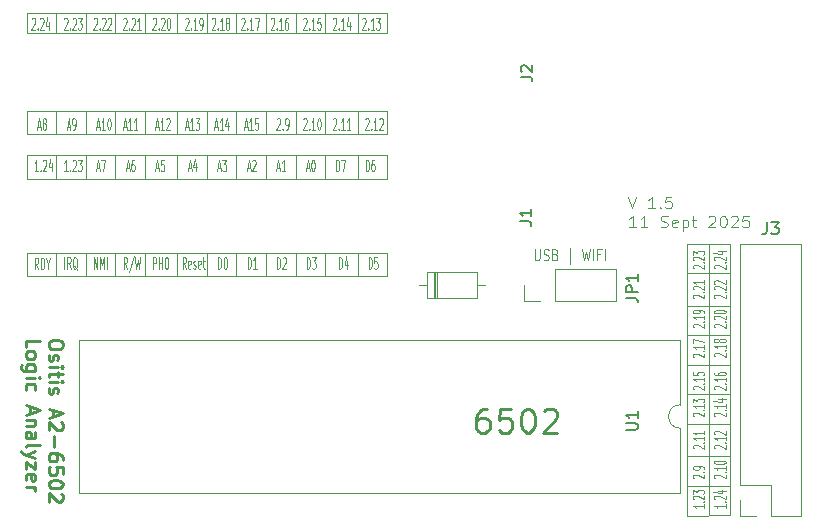
<source format=gbr>
%TF.GenerationSoftware,KiCad,Pcbnew,9.0.3*%
%TF.CreationDate,2025-09-11T22:04:48-04:00*%
%TF.ProjectId,6502-interposer,36353032-2d69-46e7-9465-72706f736572,rev?*%
%TF.SameCoordinates,Original*%
%TF.FileFunction,Legend,Top*%
%TF.FilePolarity,Positive*%
%FSLAX46Y46*%
G04 Gerber Fmt 4.6, Leading zero omitted, Abs format (unit mm)*
G04 Created by KiCad (PCBNEW 9.0.3) date 2025-09-11 22:04:48*
%MOMM*%
%LPD*%
G01*
G04 APERTURE LIST*
%ADD10C,0.100000*%
%ADD11C,0.250000*%
%ADD12C,0.150000*%
%ADD13C,0.120000*%
G04 APERTURE END LIST*
D10*
X47411027Y-47586704D02*
X47649122Y-47586704D01*
X47363408Y-47872419D02*
X47530074Y-46872419D01*
X47530074Y-46872419D02*
X47696741Y-47872419D01*
X47934836Y-47300990D02*
X47887217Y-47253371D01*
X47887217Y-47253371D02*
X47863407Y-47205752D01*
X47863407Y-47205752D02*
X47839598Y-47110514D01*
X47839598Y-47110514D02*
X47839598Y-47062895D01*
X47839598Y-47062895D02*
X47863407Y-46967657D01*
X47863407Y-46967657D02*
X47887217Y-46920038D01*
X47887217Y-46920038D02*
X47934836Y-46872419D01*
X47934836Y-46872419D02*
X48030074Y-46872419D01*
X48030074Y-46872419D02*
X48077693Y-46920038D01*
X48077693Y-46920038D02*
X48101502Y-46967657D01*
X48101502Y-46967657D02*
X48125312Y-47062895D01*
X48125312Y-47062895D02*
X48125312Y-47110514D01*
X48125312Y-47110514D02*
X48101502Y-47205752D01*
X48101502Y-47205752D02*
X48077693Y-47253371D01*
X48077693Y-47253371D02*
X48030074Y-47300990D01*
X48030074Y-47300990D02*
X47934836Y-47300990D01*
X47934836Y-47300990D02*
X47887217Y-47348609D01*
X47887217Y-47348609D02*
X47863407Y-47396228D01*
X47863407Y-47396228D02*
X47839598Y-47491466D01*
X47839598Y-47491466D02*
X47839598Y-47681942D01*
X47839598Y-47681942D02*
X47863407Y-47777180D01*
X47863407Y-47777180D02*
X47887217Y-47824800D01*
X47887217Y-47824800D02*
X47934836Y-47872419D01*
X47934836Y-47872419D02*
X48030074Y-47872419D01*
X48030074Y-47872419D02*
X48077693Y-47824800D01*
X48077693Y-47824800D02*
X48101502Y-47777180D01*
X48101502Y-47777180D02*
X48125312Y-47681942D01*
X48125312Y-47681942D02*
X48125312Y-47491466D01*
X48125312Y-47491466D02*
X48101502Y-47396228D01*
X48101502Y-47396228D02*
X48077693Y-47348609D01*
X48077693Y-47348609D02*
X48030074Y-47300990D01*
X49911027Y-47586704D02*
X50149122Y-47586704D01*
X49863408Y-47872419D02*
X50030074Y-46872419D01*
X50030074Y-46872419D02*
X50196741Y-47872419D01*
X50387217Y-47872419D02*
X50482455Y-47872419D01*
X50482455Y-47872419D02*
X50530074Y-47824800D01*
X50530074Y-47824800D02*
X50553883Y-47777180D01*
X50553883Y-47777180D02*
X50601502Y-47634323D01*
X50601502Y-47634323D02*
X50625312Y-47443847D01*
X50625312Y-47443847D02*
X50625312Y-47062895D01*
X50625312Y-47062895D02*
X50601502Y-46967657D01*
X50601502Y-46967657D02*
X50577693Y-46920038D01*
X50577693Y-46920038D02*
X50530074Y-46872419D01*
X50530074Y-46872419D02*
X50434836Y-46872419D01*
X50434836Y-46872419D02*
X50387217Y-46920038D01*
X50387217Y-46920038D02*
X50363407Y-46967657D01*
X50363407Y-46967657D02*
X50339598Y-47062895D01*
X50339598Y-47062895D02*
X50339598Y-47300990D01*
X50339598Y-47300990D02*
X50363407Y-47396228D01*
X50363407Y-47396228D02*
X50387217Y-47443847D01*
X50387217Y-47443847D02*
X50434836Y-47491466D01*
X50434836Y-47491466D02*
X50530074Y-47491466D01*
X50530074Y-47491466D02*
X50577693Y-47443847D01*
X50577693Y-47443847D02*
X50601502Y-47396228D01*
X50601502Y-47396228D02*
X50625312Y-47300990D01*
X52411027Y-47586704D02*
X52649122Y-47586704D01*
X52363408Y-47872419D02*
X52530074Y-46872419D01*
X52530074Y-46872419D02*
X52696741Y-47872419D01*
X53125312Y-47872419D02*
X52839598Y-47872419D01*
X52982455Y-47872419D02*
X52982455Y-46872419D01*
X52982455Y-46872419D02*
X52934836Y-47015276D01*
X52934836Y-47015276D02*
X52887217Y-47110514D01*
X52887217Y-47110514D02*
X52839598Y-47158133D01*
X53434835Y-46872419D02*
X53482454Y-46872419D01*
X53482454Y-46872419D02*
X53530073Y-46920038D01*
X53530073Y-46920038D02*
X53553883Y-46967657D01*
X53553883Y-46967657D02*
X53577692Y-47062895D01*
X53577692Y-47062895D02*
X53601502Y-47253371D01*
X53601502Y-47253371D02*
X53601502Y-47491466D01*
X53601502Y-47491466D02*
X53577692Y-47681942D01*
X53577692Y-47681942D02*
X53553883Y-47777180D01*
X53553883Y-47777180D02*
X53530073Y-47824800D01*
X53530073Y-47824800D02*
X53482454Y-47872419D01*
X53482454Y-47872419D02*
X53434835Y-47872419D01*
X53434835Y-47872419D02*
X53387216Y-47824800D01*
X53387216Y-47824800D02*
X53363407Y-47777180D01*
X53363407Y-47777180D02*
X53339597Y-47681942D01*
X53339597Y-47681942D02*
X53315788Y-47491466D01*
X53315788Y-47491466D02*
X53315788Y-47253371D01*
X53315788Y-47253371D02*
X53339597Y-47062895D01*
X53339597Y-47062895D02*
X53363407Y-46967657D01*
X53363407Y-46967657D02*
X53387216Y-46920038D01*
X53387216Y-46920038D02*
X53434835Y-46872419D01*
X54661027Y-47586704D02*
X54899122Y-47586704D01*
X54613408Y-47872419D02*
X54780074Y-46872419D01*
X54780074Y-46872419D02*
X54946741Y-47872419D01*
X55375312Y-47872419D02*
X55089598Y-47872419D01*
X55232455Y-47872419D02*
X55232455Y-46872419D01*
X55232455Y-46872419D02*
X55184836Y-47015276D01*
X55184836Y-47015276D02*
X55137217Y-47110514D01*
X55137217Y-47110514D02*
X55089598Y-47158133D01*
X55851502Y-47872419D02*
X55565788Y-47872419D01*
X55708645Y-47872419D02*
X55708645Y-46872419D01*
X55708645Y-46872419D02*
X55661026Y-47015276D01*
X55661026Y-47015276D02*
X55613407Y-47110514D01*
X55613407Y-47110514D02*
X55565788Y-47158133D01*
X57411027Y-47586704D02*
X57649122Y-47586704D01*
X57363408Y-47872419D02*
X57530074Y-46872419D01*
X57530074Y-46872419D02*
X57696741Y-47872419D01*
X58125312Y-47872419D02*
X57839598Y-47872419D01*
X57982455Y-47872419D02*
X57982455Y-46872419D01*
X57982455Y-46872419D02*
X57934836Y-47015276D01*
X57934836Y-47015276D02*
X57887217Y-47110514D01*
X57887217Y-47110514D02*
X57839598Y-47158133D01*
X58315788Y-46967657D02*
X58339597Y-46920038D01*
X58339597Y-46920038D02*
X58387216Y-46872419D01*
X58387216Y-46872419D02*
X58506264Y-46872419D01*
X58506264Y-46872419D02*
X58553883Y-46920038D01*
X58553883Y-46920038D02*
X58577692Y-46967657D01*
X58577692Y-46967657D02*
X58601502Y-47062895D01*
X58601502Y-47062895D02*
X58601502Y-47158133D01*
X58601502Y-47158133D02*
X58577692Y-47300990D01*
X58577692Y-47300990D02*
X58291978Y-47872419D01*
X58291978Y-47872419D02*
X58601502Y-47872419D01*
X59911027Y-47586704D02*
X60149122Y-47586704D01*
X59863408Y-47872419D02*
X60030074Y-46872419D01*
X60030074Y-46872419D02*
X60196741Y-47872419D01*
X60625312Y-47872419D02*
X60339598Y-47872419D01*
X60482455Y-47872419D02*
X60482455Y-46872419D01*
X60482455Y-46872419D02*
X60434836Y-47015276D01*
X60434836Y-47015276D02*
X60387217Y-47110514D01*
X60387217Y-47110514D02*
X60339598Y-47158133D01*
X60791978Y-46872419D02*
X61101502Y-46872419D01*
X61101502Y-46872419D02*
X60934835Y-47253371D01*
X60934835Y-47253371D02*
X61006264Y-47253371D01*
X61006264Y-47253371D02*
X61053883Y-47300990D01*
X61053883Y-47300990D02*
X61077692Y-47348609D01*
X61077692Y-47348609D02*
X61101502Y-47443847D01*
X61101502Y-47443847D02*
X61101502Y-47681942D01*
X61101502Y-47681942D02*
X61077692Y-47777180D01*
X61077692Y-47777180D02*
X61053883Y-47824800D01*
X61053883Y-47824800D02*
X61006264Y-47872419D01*
X61006264Y-47872419D02*
X60863407Y-47872419D01*
X60863407Y-47872419D02*
X60815788Y-47824800D01*
X60815788Y-47824800D02*
X60791978Y-47777180D01*
X62411027Y-47586704D02*
X62649122Y-47586704D01*
X62363408Y-47872419D02*
X62530074Y-46872419D01*
X62530074Y-46872419D02*
X62696741Y-47872419D01*
X63125312Y-47872419D02*
X62839598Y-47872419D01*
X62982455Y-47872419D02*
X62982455Y-46872419D01*
X62982455Y-46872419D02*
X62934836Y-47015276D01*
X62934836Y-47015276D02*
X62887217Y-47110514D01*
X62887217Y-47110514D02*
X62839598Y-47158133D01*
X63553883Y-47205752D02*
X63553883Y-47872419D01*
X63434835Y-46824800D02*
X63315788Y-47539085D01*
X63315788Y-47539085D02*
X63625311Y-47539085D01*
X64911027Y-47586704D02*
X65149122Y-47586704D01*
X64863408Y-47872419D02*
X65030074Y-46872419D01*
X65030074Y-46872419D02*
X65196741Y-47872419D01*
X65625312Y-47872419D02*
X65339598Y-47872419D01*
X65482455Y-47872419D02*
X65482455Y-46872419D01*
X65482455Y-46872419D02*
X65434836Y-47015276D01*
X65434836Y-47015276D02*
X65387217Y-47110514D01*
X65387217Y-47110514D02*
X65339598Y-47158133D01*
X66077692Y-46872419D02*
X65839597Y-46872419D01*
X65839597Y-46872419D02*
X65815788Y-47348609D01*
X65815788Y-47348609D02*
X65839597Y-47300990D01*
X65839597Y-47300990D02*
X65887216Y-47253371D01*
X65887216Y-47253371D02*
X66006264Y-47253371D01*
X66006264Y-47253371D02*
X66053883Y-47300990D01*
X66053883Y-47300990D02*
X66077692Y-47348609D01*
X66077692Y-47348609D02*
X66101502Y-47443847D01*
X66101502Y-47443847D02*
X66101502Y-47681942D01*
X66101502Y-47681942D02*
X66077692Y-47777180D01*
X66077692Y-47777180D02*
X66053883Y-47824800D01*
X66053883Y-47824800D02*
X66006264Y-47872419D01*
X66006264Y-47872419D02*
X65887216Y-47872419D01*
X65887216Y-47872419D02*
X65839597Y-47824800D01*
X65839597Y-47824800D02*
X65815788Y-47777180D01*
X62661027Y-51086704D02*
X62899122Y-51086704D01*
X62613408Y-51372419D02*
X62780074Y-50372419D01*
X62780074Y-50372419D02*
X62946741Y-51372419D01*
X63065788Y-50372419D02*
X63375312Y-50372419D01*
X63375312Y-50372419D02*
X63208645Y-50753371D01*
X63208645Y-50753371D02*
X63280074Y-50753371D01*
X63280074Y-50753371D02*
X63327693Y-50800990D01*
X63327693Y-50800990D02*
X63351502Y-50848609D01*
X63351502Y-50848609D02*
X63375312Y-50943847D01*
X63375312Y-50943847D02*
X63375312Y-51181942D01*
X63375312Y-51181942D02*
X63351502Y-51277180D01*
X63351502Y-51277180D02*
X63327693Y-51324800D01*
X63327693Y-51324800D02*
X63280074Y-51372419D01*
X63280074Y-51372419D02*
X63137217Y-51372419D01*
X63137217Y-51372419D02*
X63089598Y-51324800D01*
X63089598Y-51324800D02*
X63065788Y-51277180D01*
X65161027Y-51086704D02*
X65399122Y-51086704D01*
X65113408Y-51372419D02*
X65280074Y-50372419D01*
X65280074Y-50372419D02*
X65446741Y-51372419D01*
X65589598Y-50467657D02*
X65613407Y-50420038D01*
X65613407Y-50420038D02*
X65661026Y-50372419D01*
X65661026Y-50372419D02*
X65780074Y-50372419D01*
X65780074Y-50372419D02*
X65827693Y-50420038D01*
X65827693Y-50420038D02*
X65851502Y-50467657D01*
X65851502Y-50467657D02*
X65875312Y-50562895D01*
X65875312Y-50562895D02*
X65875312Y-50658133D01*
X65875312Y-50658133D02*
X65851502Y-50800990D01*
X65851502Y-50800990D02*
X65565788Y-51372419D01*
X65565788Y-51372419D02*
X65875312Y-51372419D01*
X67661027Y-51086704D02*
X67899122Y-51086704D01*
X67613408Y-51372419D02*
X67780074Y-50372419D01*
X67780074Y-50372419D02*
X67946741Y-51372419D01*
X68375312Y-51372419D02*
X68089598Y-51372419D01*
X68232455Y-51372419D02*
X68232455Y-50372419D01*
X68232455Y-50372419D02*
X68184836Y-50515276D01*
X68184836Y-50515276D02*
X68137217Y-50610514D01*
X68137217Y-50610514D02*
X68089598Y-50658133D01*
X70161027Y-51086704D02*
X70399122Y-51086704D01*
X70113408Y-51372419D02*
X70280074Y-50372419D01*
X70280074Y-50372419D02*
X70446741Y-51372419D01*
X70708645Y-50372419D02*
X70756264Y-50372419D01*
X70756264Y-50372419D02*
X70803883Y-50420038D01*
X70803883Y-50420038D02*
X70827693Y-50467657D01*
X70827693Y-50467657D02*
X70851502Y-50562895D01*
X70851502Y-50562895D02*
X70875312Y-50753371D01*
X70875312Y-50753371D02*
X70875312Y-50991466D01*
X70875312Y-50991466D02*
X70851502Y-51181942D01*
X70851502Y-51181942D02*
X70827693Y-51277180D01*
X70827693Y-51277180D02*
X70803883Y-51324800D01*
X70803883Y-51324800D02*
X70756264Y-51372419D01*
X70756264Y-51372419D02*
X70708645Y-51372419D01*
X70708645Y-51372419D02*
X70661026Y-51324800D01*
X70661026Y-51324800D02*
X70637217Y-51277180D01*
X70637217Y-51277180D02*
X70613407Y-51181942D01*
X70613407Y-51181942D02*
X70589598Y-50991466D01*
X70589598Y-50991466D02*
X70589598Y-50753371D01*
X70589598Y-50753371D02*
X70613407Y-50562895D01*
X70613407Y-50562895D02*
X70637217Y-50467657D01*
X70637217Y-50467657D02*
X70661026Y-50420038D01*
X70661026Y-50420038D02*
X70708645Y-50372419D01*
X72684836Y-51372419D02*
X72684836Y-50372419D01*
X72684836Y-50372419D02*
X72803884Y-50372419D01*
X72803884Y-50372419D02*
X72875312Y-50420038D01*
X72875312Y-50420038D02*
X72922931Y-50515276D01*
X72922931Y-50515276D02*
X72946741Y-50610514D01*
X72946741Y-50610514D02*
X72970550Y-50800990D01*
X72970550Y-50800990D02*
X72970550Y-50943847D01*
X72970550Y-50943847D02*
X72946741Y-51134323D01*
X72946741Y-51134323D02*
X72922931Y-51229561D01*
X72922931Y-51229561D02*
X72875312Y-51324800D01*
X72875312Y-51324800D02*
X72803884Y-51372419D01*
X72803884Y-51372419D02*
X72684836Y-51372419D01*
X73137217Y-50372419D02*
X73470550Y-50372419D01*
X73470550Y-50372419D02*
X73256265Y-51372419D01*
X75184836Y-51372419D02*
X75184836Y-50372419D01*
X75184836Y-50372419D02*
X75303884Y-50372419D01*
X75303884Y-50372419D02*
X75375312Y-50420038D01*
X75375312Y-50420038D02*
X75422931Y-50515276D01*
X75422931Y-50515276D02*
X75446741Y-50610514D01*
X75446741Y-50610514D02*
X75470550Y-50800990D01*
X75470550Y-50800990D02*
X75470550Y-50943847D01*
X75470550Y-50943847D02*
X75446741Y-51134323D01*
X75446741Y-51134323D02*
X75422931Y-51229561D01*
X75422931Y-51229561D02*
X75375312Y-51324800D01*
X75375312Y-51324800D02*
X75303884Y-51372419D01*
X75303884Y-51372419D02*
X75184836Y-51372419D01*
X75899122Y-50372419D02*
X75803884Y-50372419D01*
X75803884Y-50372419D02*
X75756265Y-50420038D01*
X75756265Y-50420038D02*
X75732455Y-50467657D01*
X75732455Y-50467657D02*
X75684836Y-50610514D01*
X75684836Y-50610514D02*
X75661027Y-50800990D01*
X75661027Y-50800990D02*
X75661027Y-51181942D01*
X75661027Y-51181942D02*
X75684836Y-51277180D01*
X75684836Y-51277180D02*
X75708646Y-51324800D01*
X75708646Y-51324800D02*
X75756265Y-51372419D01*
X75756265Y-51372419D02*
X75851503Y-51372419D01*
X75851503Y-51372419D02*
X75899122Y-51324800D01*
X75899122Y-51324800D02*
X75922931Y-51277180D01*
X75922931Y-51277180D02*
X75946741Y-51181942D01*
X75946741Y-51181942D02*
X75946741Y-50943847D01*
X75946741Y-50943847D02*
X75922931Y-50848609D01*
X75922931Y-50848609D02*
X75899122Y-50800990D01*
X75899122Y-50800990D02*
X75851503Y-50753371D01*
X75851503Y-50753371D02*
X75756265Y-50753371D01*
X75756265Y-50753371D02*
X75708646Y-50800990D01*
X75708646Y-50800990D02*
X75684836Y-50848609D01*
X75684836Y-50848609D02*
X75661027Y-50943847D01*
X75434836Y-59622419D02*
X75434836Y-58622419D01*
X75434836Y-58622419D02*
X75553884Y-58622419D01*
X75553884Y-58622419D02*
X75625312Y-58670038D01*
X75625312Y-58670038D02*
X75672931Y-58765276D01*
X75672931Y-58765276D02*
X75696741Y-58860514D01*
X75696741Y-58860514D02*
X75720550Y-59050990D01*
X75720550Y-59050990D02*
X75720550Y-59193847D01*
X75720550Y-59193847D02*
X75696741Y-59384323D01*
X75696741Y-59384323D02*
X75672931Y-59479561D01*
X75672931Y-59479561D02*
X75625312Y-59574800D01*
X75625312Y-59574800D02*
X75553884Y-59622419D01*
X75553884Y-59622419D02*
X75434836Y-59622419D01*
X76172931Y-58622419D02*
X75934836Y-58622419D01*
X75934836Y-58622419D02*
X75911027Y-59098609D01*
X75911027Y-59098609D02*
X75934836Y-59050990D01*
X75934836Y-59050990D02*
X75982455Y-59003371D01*
X75982455Y-59003371D02*
X76101503Y-59003371D01*
X76101503Y-59003371D02*
X76149122Y-59050990D01*
X76149122Y-59050990D02*
X76172931Y-59098609D01*
X76172931Y-59098609D02*
X76196741Y-59193847D01*
X76196741Y-59193847D02*
X76196741Y-59431942D01*
X76196741Y-59431942D02*
X76172931Y-59527180D01*
X76172931Y-59527180D02*
X76149122Y-59574800D01*
X76149122Y-59574800D02*
X76101503Y-59622419D01*
X76101503Y-59622419D02*
X75982455Y-59622419D01*
X75982455Y-59622419D02*
X75934836Y-59574800D01*
X75934836Y-59574800D02*
X75911027Y-59527180D01*
X72934836Y-59622419D02*
X72934836Y-58622419D01*
X72934836Y-58622419D02*
X73053884Y-58622419D01*
X73053884Y-58622419D02*
X73125312Y-58670038D01*
X73125312Y-58670038D02*
X73172931Y-58765276D01*
X73172931Y-58765276D02*
X73196741Y-58860514D01*
X73196741Y-58860514D02*
X73220550Y-59050990D01*
X73220550Y-59050990D02*
X73220550Y-59193847D01*
X73220550Y-59193847D02*
X73196741Y-59384323D01*
X73196741Y-59384323D02*
X73172931Y-59479561D01*
X73172931Y-59479561D02*
X73125312Y-59574800D01*
X73125312Y-59574800D02*
X73053884Y-59622419D01*
X73053884Y-59622419D02*
X72934836Y-59622419D01*
X73649122Y-58955752D02*
X73649122Y-59622419D01*
X73530074Y-58574800D02*
X73411027Y-59289085D01*
X73411027Y-59289085D02*
X73720550Y-59289085D01*
X70184836Y-59622419D02*
X70184836Y-58622419D01*
X70184836Y-58622419D02*
X70303884Y-58622419D01*
X70303884Y-58622419D02*
X70375312Y-58670038D01*
X70375312Y-58670038D02*
X70422931Y-58765276D01*
X70422931Y-58765276D02*
X70446741Y-58860514D01*
X70446741Y-58860514D02*
X70470550Y-59050990D01*
X70470550Y-59050990D02*
X70470550Y-59193847D01*
X70470550Y-59193847D02*
X70446741Y-59384323D01*
X70446741Y-59384323D02*
X70422931Y-59479561D01*
X70422931Y-59479561D02*
X70375312Y-59574800D01*
X70375312Y-59574800D02*
X70303884Y-59622419D01*
X70303884Y-59622419D02*
X70184836Y-59622419D01*
X70637217Y-58622419D02*
X70946741Y-58622419D01*
X70946741Y-58622419D02*
X70780074Y-59003371D01*
X70780074Y-59003371D02*
X70851503Y-59003371D01*
X70851503Y-59003371D02*
X70899122Y-59050990D01*
X70899122Y-59050990D02*
X70922931Y-59098609D01*
X70922931Y-59098609D02*
X70946741Y-59193847D01*
X70946741Y-59193847D02*
X70946741Y-59431942D01*
X70946741Y-59431942D02*
X70922931Y-59527180D01*
X70922931Y-59527180D02*
X70899122Y-59574800D01*
X70899122Y-59574800D02*
X70851503Y-59622419D01*
X70851503Y-59622419D02*
X70708646Y-59622419D01*
X70708646Y-59622419D02*
X70661027Y-59574800D01*
X70661027Y-59574800D02*
X70637217Y-59527180D01*
X67684836Y-59622419D02*
X67684836Y-58622419D01*
X67684836Y-58622419D02*
X67803884Y-58622419D01*
X67803884Y-58622419D02*
X67875312Y-58670038D01*
X67875312Y-58670038D02*
X67922931Y-58765276D01*
X67922931Y-58765276D02*
X67946741Y-58860514D01*
X67946741Y-58860514D02*
X67970550Y-59050990D01*
X67970550Y-59050990D02*
X67970550Y-59193847D01*
X67970550Y-59193847D02*
X67946741Y-59384323D01*
X67946741Y-59384323D02*
X67922931Y-59479561D01*
X67922931Y-59479561D02*
X67875312Y-59574800D01*
X67875312Y-59574800D02*
X67803884Y-59622419D01*
X67803884Y-59622419D02*
X67684836Y-59622419D01*
X68161027Y-58717657D02*
X68184836Y-58670038D01*
X68184836Y-58670038D02*
X68232455Y-58622419D01*
X68232455Y-58622419D02*
X68351503Y-58622419D01*
X68351503Y-58622419D02*
X68399122Y-58670038D01*
X68399122Y-58670038D02*
X68422931Y-58717657D01*
X68422931Y-58717657D02*
X68446741Y-58812895D01*
X68446741Y-58812895D02*
X68446741Y-58908133D01*
X68446741Y-58908133D02*
X68422931Y-59050990D01*
X68422931Y-59050990D02*
X68137217Y-59622419D01*
X68137217Y-59622419D02*
X68446741Y-59622419D01*
X65184836Y-59622419D02*
X65184836Y-58622419D01*
X65184836Y-58622419D02*
X65303884Y-58622419D01*
X65303884Y-58622419D02*
X65375312Y-58670038D01*
X65375312Y-58670038D02*
X65422931Y-58765276D01*
X65422931Y-58765276D02*
X65446741Y-58860514D01*
X65446741Y-58860514D02*
X65470550Y-59050990D01*
X65470550Y-59050990D02*
X65470550Y-59193847D01*
X65470550Y-59193847D02*
X65446741Y-59384323D01*
X65446741Y-59384323D02*
X65422931Y-59479561D01*
X65422931Y-59479561D02*
X65375312Y-59574800D01*
X65375312Y-59574800D02*
X65303884Y-59622419D01*
X65303884Y-59622419D02*
X65184836Y-59622419D01*
X65946741Y-59622419D02*
X65661027Y-59622419D01*
X65803884Y-59622419D02*
X65803884Y-58622419D01*
X65803884Y-58622419D02*
X65756265Y-58765276D01*
X65756265Y-58765276D02*
X65708646Y-58860514D01*
X65708646Y-58860514D02*
X65661027Y-58908133D01*
X62684836Y-59622419D02*
X62684836Y-58622419D01*
X62684836Y-58622419D02*
X62803884Y-58622419D01*
X62803884Y-58622419D02*
X62875312Y-58670038D01*
X62875312Y-58670038D02*
X62922931Y-58765276D01*
X62922931Y-58765276D02*
X62946741Y-58860514D01*
X62946741Y-58860514D02*
X62970550Y-59050990D01*
X62970550Y-59050990D02*
X62970550Y-59193847D01*
X62970550Y-59193847D02*
X62946741Y-59384323D01*
X62946741Y-59384323D02*
X62922931Y-59479561D01*
X62922931Y-59479561D02*
X62875312Y-59574800D01*
X62875312Y-59574800D02*
X62803884Y-59622419D01*
X62803884Y-59622419D02*
X62684836Y-59622419D01*
X63280074Y-58622419D02*
X63327693Y-58622419D01*
X63327693Y-58622419D02*
X63375312Y-58670038D01*
X63375312Y-58670038D02*
X63399122Y-58717657D01*
X63399122Y-58717657D02*
X63422931Y-58812895D01*
X63422931Y-58812895D02*
X63446741Y-59003371D01*
X63446741Y-59003371D02*
X63446741Y-59241466D01*
X63446741Y-59241466D02*
X63422931Y-59431942D01*
X63422931Y-59431942D02*
X63399122Y-59527180D01*
X63399122Y-59527180D02*
X63375312Y-59574800D01*
X63375312Y-59574800D02*
X63327693Y-59622419D01*
X63327693Y-59622419D02*
X63280074Y-59622419D01*
X63280074Y-59622419D02*
X63232455Y-59574800D01*
X63232455Y-59574800D02*
X63208646Y-59527180D01*
X63208646Y-59527180D02*
X63184836Y-59431942D01*
X63184836Y-59431942D02*
X63161027Y-59241466D01*
X63161027Y-59241466D02*
X63161027Y-59003371D01*
X63161027Y-59003371D02*
X63184836Y-58812895D01*
X63184836Y-58812895D02*
X63208646Y-58717657D01*
X63208646Y-58717657D02*
X63232455Y-58670038D01*
X63232455Y-58670038D02*
X63280074Y-58622419D01*
X59970550Y-59622419D02*
X59803884Y-59146228D01*
X59684836Y-59622419D02*
X59684836Y-58622419D01*
X59684836Y-58622419D02*
X59875312Y-58622419D01*
X59875312Y-58622419D02*
X59922931Y-58670038D01*
X59922931Y-58670038D02*
X59946741Y-58717657D01*
X59946741Y-58717657D02*
X59970550Y-58812895D01*
X59970550Y-58812895D02*
X59970550Y-58955752D01*
X59970550Y-58955752D02*
X59946741Y-59050990D01*
X59946741Y-59050990D02*
X59922931Y-59098609D01*
X59922931Y-59098609D02*
X59875312Y-59146228D01*
X59875312Y-59146228D02*
X59684836Y-59146228D01*
X60375312Y-59574800D02*
X60327693Y-59622419D01*
X60327693Y-59622419D02*
X60232455Y-59622419D01*
X60232455Y-59622419D02*
X60184836Y-59574800D01*
X60184836Y-59574800D02*
X60161027Y-59479561D01*
X60161027Y-59479561D02*
X60161027Y-59098609D01*
X60161027Y-59098609D02*
X60184836Y-59003371D01*
X60184836Y-59003371D02*
X60232455Y-58955752D01*
X60232455Y-58955752D02*
X60327693Y-58955752D01*
X60327693Y-58955752D02*
X60375312Y-59003371D01*
X60375312Y-59003371D02*
X60399122Y-59098609D01*
X60399122Y-59098609D02*
X60399122Y-59193847D01*
X60399122Y-59193847D02*
X60161027Y-59289085D01*
X60589598Y-59574800D02*
X60637217Y-59622419D01*
X60637217Y-59622419D02*
X60732455Y-59622419D01*
X60732455Y-59622419D02*
X60780074Y-59574800D01*
X60780074Y-59574800D02*
X60803883Y-59479561D01*
X60803883Y-59479561D02*
X60803883Y-59431942D01*
X60803883Y-59431942D02*
X60780074Y-59336704D01*
X60780074Y-59336704D02*
X60732455Y-59289085D01*
X60732455Y-59289085D02*
X60661026Y-59289085D01*
X60661026Y-59289085D02*
X60613407Y-59241466D01*
X60613407Y-59241466D02*
X60589598Y-59146228D01*
X60589598Y-59146228D02*
X60589598Y-59098609D01*
X60589598Y-59098609D02*
X60613407Y-59003371D01*
X60613407Y-59003371D02*
X60661026Y-58955752D01*
X60661026Y-58955752D02*
X60732455Y-58955752D01*
X60732455Y-58955752D02*
X60780074Y-59003371D01*
X61208645Y-59574800D02*
X61161026Y-59622419D01*
X61161026Y-59622419D02*
X61065788Y-59622419D01*
X61065788Y-59622419D02*
X61018169Y-59574800D01*
X61018169Y-59574800D02*
X60994360Y-59479561D01*
X60994360Y-59479561D02*
X60994360Y-59098609D01*
X60994360Y-59098609D02*
X61018169Y-59003371D01*
X61018169Y-59003371D02*
X61065788Y-58955752D01*
X61065788Y-58955752D02*
X61161026Y-58955752D01*
X61161026Y-58955752D02*
X61208645Y-59003371D01*
X61208645Y-59003371D02*
X61232455Y-59098609D01*
X61232455Y-59098609D02*
X61232455Y-59193847D01*
X61232455Y-59193847D02*
X60994360Y-59289085D01*
X61375312Y-58955752D02*
X61565788Y-58955752D01*
X61446740Y-58622419D02*
X61446740Y-59479561D01*
X61446740Y-59479561D02*
X61470550Y-59574800D01*
X61470550Y-59574800D02*
X61518169Y-59622419D01*
X61518169Y-59622419D02*
X61565788Y-59622419D01*
X57184836Y-59622419D02*
X57184836Y-58622419D01*
X57184836Y-58622419D02*
X57375312Y-58622419D01*
X57375312Y-58622419D02*
X57422931Y-58670038D01*
X57422931Y-58670038D02*
X57446741Y-58717657D01*
X57446741Y-58717657D02*
X57470550Y-58812895D01*
X57470550Y-58812895D02*
X57470550Y-58955752D01*
X57470550Y-58955752D02*
X57446741Y-59050990D01*
X57446741Y-59050990D02*
X57422931Y-59098609D01*
X57422931Y-59098609D02*
X57375312Y-59146228D01*
X57375312Y-59146228D02*
X57184836Y-59146228D01*
X57684836Y-59622419D02*
X57684836Y-58622419D01*
X57684836Y-59098609D02*
X57970550Y-59098609D01*
X57970550Y-59622419D02*
X57970550Y-58622419D01*
X58303884Y-58622419D02*
X58351503Y-58622419D01*
X58351503Y-58622419D02*
X58399122Y-58670038D01*
X58399122Y-58670038D02*
X58422932Y-58717657D01*
X58422932Y-58717657D02*
X58446741Y-58812895D01*
X58446741Y-58812895D02*
X58470551Y-59003371D01*
X58470551Y-59003371D02*
X58470551Y-59241466D01*
X58470551Y-59241466D02*
X58446741Y-59431942D01*
X58446741Y-59431942D02*
X58422932Y-59527180D01*
X58422932Y-59527180D02*
X58399122Y-59574800D01*
X58399122Y-59574800D02*
X58351503Y-59622419D01*
X58351503Y-59622419D02*
X58303884Y-59622419D01*
X58303884Y-59622419D02*
X58256265Y-59574800D01*
X58256265Y-59574800D02*
X58232456Y-59527180D01*
X58232456Y-59527180D02*
X58208646Y-59431942D01*
X58208646Y-59431942D02*
X58184837Y-59241466D01*
X58184837Y-59241466D02*
X58184837Y-59003371D01*
X58184837Y-59003371D02*
X58208646Y-58812895D01*
X58208646Y-58812895D02*
X58232456Y-58717657D01*
X58232456Y-58717657D02*
X58256265Y-58670038D01*
X58256265Y-58670038D02*
X58303884Y-58622419D01*
X54970550Y-59622419D02*
X54803884Y-59146228D01*
X54684836Y-59622419D02*
X54684836Y-58622419D01*
X54684836Y-58622419D02*
X54875312Y-58622419D01*
X54875312Y-58622419D02*
X54922931Y-58670038D01*
X54922931Y-58670038D02*
X54946741Y-58717657D01*
X54946741Y-58717657D02*
X54970550Y-58812895D01*
X54970550Y-58812895D02*
X54970550Y-58955752D01*
X54970550Y-58955752D02*
X54946741Y-59050990D01*
X54946741Y-59050990D02*
X54922931Y-59098609D01*
X54922931Y-59098609D02*
X54875312Y-59146228D01*
X54875312Y-59146228D02*
X54684836Y-59146228D01*
X55541979Y-58574800D02*
X55113408Y-59860514D01*
X55661027Y-58622419D02*
X55780075Y-59622419D01*
X55780075Y-59622419D02*
X55875313Y-58908133D01*
X55875313Y-58908133D02*
X55970551Y-59622419D01*
X55970551Y-59622419D02*
X56089599Y-58622419D01*
X52184836Y-59622419D02*
X52184836Y-58622419D01*
X52184836Y-58622419D02*
X52470550Y-59622419D01*
X52470550Y-59622419D02*
X52470550Y-58622419D01*
X52708646Y-59622419D02*
X52708646Y-58622419D01*
X52708646Y-58622419D02*
X52875313Y-59336704D01*
X52875313Y-59336704D02*
X53041979Y-58622419D01*
X53041979Y-58622419D02*
X53041979Y-59622419D01*
X53280075Y-59622419D02*
X53280075Y-58622419D01*
X49684836Y-59622419D02*
X49684836Y-58622419D01*
X50208645Y-59622419D02*
X50041979Y-59146228D01*
X49922931Y-59622419D02*
X49922931Y-58622419D01*
X49922931Y-58622419D02*
X50113407Y-58622419D01*
X50113407Y-58622419D02*
X50161026Y-58670038D01*
X50161026Y-58670038D02*
X50184836Y-58717657D01*
X50184836Y-58717657D02*
X50208645Y-58812895D01*
X50208645Y-58812895D02*
X50208645Y-58955752D01*
X50208645Y-58955752D02*
X50184836Y-59050990D01*
X50184836Y-59050990D02*
X50161026Y-59098609D01*
X50161026Y-59098609D02*
X50113407Y-59146228D01*
X50113407Y-59146228D02*
X49922931Y-59146228D01*
X50756264Y-59717657D02*
X50708645Y-59670038D01*
X50708645Y-59670038D02*
X50661026Y-59574800D01*
X50661026Y-59574800D02*
X50589598Y-59431942D01*
X50589598Y-59431942D02*
X50541979Y-59384323D01*
X50541979Y-59384323D02*
X50494360Y-59384323D01*
X50518169Y-59622419D02*
X50470550Y-59574800D01*
X50470550Y-59574800D02*
X50422931Y-59479561D01*
X50422931Y-59479561D02*
X50399122Y-59289085D01*
X50399122Y-59289085D02*
X50399122Y-58955752D01*
X50399122Y-58955752D02*
X50422931Y-58765276D01*
X50422931Y-58765276D02*
X50470550Y-58670038D01*
X50470550Y-58670038D02*
X50518169Y-58622419D01*
X50518169Y-58622419D02*
X50613407Y-58622419D01*
X50613407Y-58622419D02*
X50661026Y-58670038D01*
X50661026Y-58670038D02*
X50708645Y-58765276D01*
X50708645Y-58765276D02*
X50732455Y-58955752D01*
X50732455Y-58955752D02*
X50732455Y-59289085D01*
X50732455Y-59289085D02*
X50708645Y-59479561D01*
X50708645Y-59479561D02*
X50661026Y-59574800D01*
X50661026Y-59574800D02*
X50613407Y-59622419D01*
X50613407Y-59622419D02*
X50518169Y-59622419D01*
X47470550Y-59672419D02*
X47303884Y-59196228D01*
X47184836Y-59672419D02*
X47184836Y-58672419D01*
X47184836Y-58672419D02*
X47375312Y-58672419D01*
X47375312Y-58672419D02*
X47422931Y-58720038D01*
X47422931Y-58720038D02*
X47446741Y-58767657D01*
X47446741Y-58767657D02*
X47470550Y-58862895D01*
X47470550Y-58862895D02*
X47470550Y-59005752D01*
X47470550Y-59005752D02*
X47446741Y-59100990D01*
X47446741Y-59100990D02*
X47422931Y-59148609D01*
X47422931Y-59148609D02*
X47375312Y-59196228D01*
X47375312Y-59196228D02*
X47184836Y-59196228D01*
X47684836Y-59672419D02*
X47684836Y-58672419D01*
X47684836Y-58672419D02*
X47803884Y-58672419D01*
X47803884Y-58672419D02*
X47875312Y-58720038D01*
X47875312Y-58720038D02*
X47922931Y-58815276D01*
X47922931Y-58815276D02*
X47946741Y-58910514D01*
X47946741Y-58910514D02*
X47970550Y-59100990D01*
X47970550Y-59100990D02*
X47970550Y-59243847D01*
X47970550Y-59243847D02*
X47946741Y-59434323D01*
X47946741Y-59434323D02*
X47922931Y-59529561D01*
X47922931Y-59529561D02*
X47875312Y-59624800D01*
X47875312Y-59624800D02*
X47803884Y-59672419D01*
X47803884Y-59672419D02*
X47684836Y-59672419D01*
X48280074Y-59196228D02*
X48280074Y-59672419D01*
X48113408Y-58672419D02*
X48280074Y-59196228D01*
X48280074Y-59196228D02*
X48446741Y-58672419D01*
X60161027Y-51086704D02*
X60399122Y-51086704D01*
X60113408Y-51372419D02*
X60280074Y-50372419D01*
X60280074Y-50372419D02*
X60446741Y-51372419D01*
X60827693Y-50705752D02*
X60827693Y-51372419D01*
X60708645Y-50324800D02*
X60589598Y-51039085D01*
X60589598Y-51039085D02*
X60899121Y-51039085D01*
X57411027Y-51086704D02*
X57649122Y-51086704D01*
X57363408Y-51372419D02*
X57530074Y-50372419D01*
X57530074Y-50372419D02*
X57696741Y-51372419D01*
X58101502Y-50372419D02*
X57863407Y-50372419D01*
X57863407Y-50372419D02*
X57839598Y-50848609D01*
X57839598Y-50848609D02*
X57863407Y-50800990D01*
X57863407Y-50800990D02*
X57911026Y-50753371D01*
X57911026Y-50753371D02*
X58030074Y-50753371D01*
X58030074Y-50753371D02*
X58077693Y-50800990D01*
X58077693Y-50800990D02*
X58101502Y-50848609D01*
X58101502Y-50848609D02*
X58125312Y-50943847D01*
X58125312Y-50943847D02*
X58125312Y-51181942D01*
X58125312Y-51181942D02*
X58101502Y-51277180D01*
X58101502Y-51277180D02*
X58077693Y-51324800D01*
X58077693Y-51324800D02*
X58030074Y-51372419D01*
X58030074Y-51372419D02*
X57911026Y-51372419D01*
X57911026Y-51372419D02*
X57863407Y-51324800D01*
X57863407Y-51324800D02*
X57839598Y-51277180D01*
X54911027Y-51086704D02*
X55149122Y-51086704D01*
X54863408Y-51372419D02*
X55030074Y-50372419D01*
X55030074Y-50372419D02*
X55196741Y-51372419D01*
X55577693Y-50372419D02*
X55482455Y-50372419D01*
X55482455Y-50372419D02*
X55434836Y-50420038D01*
X55434836Y-50420038D02*
X55411026Y-50467657D01*
X55411026Y-50467657D02*
X55363407Y-50610514D01*
X55363407Y-50610514D02*
X55339598Y-50800990D01*
X55339598Y-50800990D02*
X55339598Y-51181942D01*
X55339598Y-51181942D02*
X55363407Y-51277180D01*
X55363407Y-51277180D02*
X55387217Y-51324800D01*
X55387217Y-51324800D02*
X55434836Y-51372419D01*
X55434836Y-51372419D02*
X55530074Y-51372419D01*
X55530074Y-51372419D02*
X55577693Y-51324800D01*
X55577693Y-51324800D02*
X55601502Y-51277180D01*
X55601502Y-51277180D02*
X55625312Y-51181942D01*
X55625312Y-51181942D02*
X55625312Y-50943847D01*
X55625312Y-50943847D02*
X55601502Y-50848609D01*
X55601502Y-50848609D02*
X55577693Y-50800990D01*
X55577693Y-50800990D02*
X55530074Y-50753371D01*
X55530074Y-50753371D02*
X55434836Y-50753371D01*
X55434836Y-50753371D02*
X55387217Y-50800990D01*
X55387217Y-50800990D02*
X55363407Y-50848609D01*
X55363407Y-50848609D02*
X55339598Y-50943847D01*
X52411027Y-51086704D02*
X52649122Y-51086704D01*
X52363408Y-51372419D02*
X52530074Y-50372419D01*
X52530074Y-50372419D02*
X52696741Y-51372419D01*
X52815788Y-50372419D02*
X53149121Y-50372419D01*
X53149121Y-50372419D02*
X52934836Y-51372419D01*
X46911027Y-38467657D02*
X46934836Y-38420038D01*
X46934836Y-38420038D02*
X46982455Y-38372419D01*
X46982455Y-38372419D02*
X47101503Y-38372419D01*
X47101503Y-38372419D02*
X47149122Y-38420038D01*
X47149122Y-38420038D02*
X47172931Y-38467657D01*
X47172931Y-38467657D02*
X47196741Y-38562895D01*
X47196741Y-38562895D02*
X47196741Y-38658133D01*
X47196741Y-38658133D02*
X47172931Y-38800990D01*
X47172931Y-38800990D02*
X46887217Y-39372419D01*
X46887217Y-39372419D02*
X47196741Y-39372419D01*
X47411026Y-39277180D02*
X47434836Y-39324800D01*
X47434836Y-39324800D02*
X47411026Y-39372419D01*
X47411026Y-39372419D02*
X47387217Y-39324800D01*
X47387217Y-39324800D02*
X47411026Y-39277180D01*
X47411026Y-39277180D02*
X47411026Y-39372419D01*
X47625312Y-38467657D02*
X47649121Y-38420038D01*
X47649121Y-38420038D02*
X47696740Y-38372419D01*
X47696740Y-38372419D02*
X47815788Y-38372419D01*
X47815788Y-38372419D02*
X47863407Y-38420038D01*
X47863407Y-38420038D02*
X47887216Y-38467657D01*
X47887216Y-38467657D02*
X47911026Y-38562895D01*
X47911026Y-38562895D02*
X47911026Y-38658133D01*
X47911026Y-38658133D02*
X47887216Y-38800990D01*
X47887216Y-38800990D02*
X47601502Y-39372419D01*
X47601502Y-39372419D02*
X47911026Y-39372419D01*
X48339597Y-38705752D02*
X48339597Y-39372419D01*
X48220549Y-38324800D02*
X48101502Y-39039085D01*
X48101502Y-39039085D02*
X48411025Y-39039085D01*
X49661027Y-38467657D02*
X49684836Y-38420038D01*
X49684836Y-38420038D02*
X49732455Y-38372419D01*
X49732455Y-38372419D02*
X49851503Y-38372419D01*
X49851503Y-38372419D02*
X49899122Y-38420038D01*
X49899122Y-38420038D02*
X49922931Y-38467657D01*
X49922931Y-38467657D02*
X49946741Y-38562895D01*
X49946741Y-38562895D02*
X49946741Y-38658133D01*
X49946741Y-38658133D02*
X49922931Y-38800990D01*
X49922931Y-38800990D02*
X49637217Y-39372419D01*
X49637217Y-39372419D02*
X49946741Y-39372419D01*
X50161026Y-39277180D02*
X50184836Y-39324800D01*
X50184836Y-39324800D02*
X50161026Y-39372419D01*
X50161026Y-39372419D02*
X50137217Y-39324800D01*
X50137217Y-39324800D02*
X50161026Y-39277180D01*
X50161026Y-39277180D02*
X50161026Y-39372419D01*
X50375312Y-38467657D02*
X50399121Y-38420038D01*
X50399121Y-38420038D02*
X50446740Y-38372419D01*
X50446740Y-38372419D02*
X50565788Y-38372419D01*
X50565788Y-38372419D02*
X50613407Y-38420038D01*
X50613407Y-38420038D02*
X50637216Y-38467657D01*
X50637216Y-38467657D02*
X50661026Y-38562895D01*
X50661026Y-38562895D02*
X50661026Y-38658133D01*
X50661026Y-38658133D02*
X50637216Y-38800990D01*
X50637216Y-38800990D02*
X50351502Y-39372419D01*
X50351502Y-39372419D02*
X50661026Y-39372419D01*
X50827692Y-38372419D02*
X51137216Y-38372419D01*
X51137216Y-38372419D02*
X50970549Y-38753371D01*
X50970549Y-38753371D02*
X51041978Y-38753371D01*
X51041978Y-38753371D02*
X51089597Y-38800990D01*
X51089597Y-38800990D02*
X51113406Y-38848609D01*
X51113406Y-38848609D02*
X51137216Y-38943847D01*
X51137216Y-38943847D02*
X51137216Y-39181942D01*
X51137216Y-39181942D02*
X51113406Y-39277180D01*
X51113406Y-39277180D02*
X51089597Y-39324800D01*
X51089597Y-39324800D02*
X51041978Y-39372419D01*
X51041978Y-39372419D02*
X50899121Y-39372419D01*
X50899121Y-39372419D02*
X50851502Y-39324800D01*
X50851502Y-39324800D02*
X50827692Y-39277180D01*
X52161027Y-38467657D02*
X52184836Y-38420038D01*
X52184836Y-38420038D02*
X52232455Y-38372419D01*
X52232455Y-38372419D02*
X52351503Y-38372419D01*
X52351503Y-38372419D02*
X52399122Y-38420038D01*
X52399122Y-38420038D02*
X52422931Y-38467657D01*
X52422931Y-38467657D02*
X52446741Y-38562895D01*
X52446741Y-38562895D02*
X52446741Y-38658133D01*
X52446741Y-38658133D02*
X52422931Y-38800990D01*
X52422931Y-38800990D02*
X52137217Y-39372419D01*
X52137217Y-39372419D02*
X52446741Y-39372419D01*
X52661026Y-39277180D02*
X52684836Y-39324800D01*
X52684836Y-39324800D02*
X52661026Y-39372419D01*
X52661026Y-39372419D02*
X52637217Y-39324800D01*
X52637217Y-39324800D02*
X52661026Y-39277180D01*
X52661026Y-39277180D02*
X52661026Y-39372419D01*
X52875312Y-38467657D02*
X52899121Y-38420038D01*
X52899121Y-38420038D02*
X52946740Y-38372419D01*
X52946740Y-38372419D02*
X53065788Y-38372419D01*
X53065788Y-38372419D02*
X53113407Y-38420038D01*
X53113407Y-38420038D02*
X53137216Y-38467657D01*
X53137216Y-38467657D02*
X53161026Y-38562895D01*
X53161026Y-38562895D02*
X53161026Y-38658133D01*
X53161026Y-38658133D02*
X53137216Y-38800990D01*
X53137216Y-38800990D02*
X52851502Y-39372419D01*
X52851502Y-39372419D02*
X53161026Y-39372419D01*
X53351502Y-38467657D02*
X53375311Y-38420038D01*
X53375311Y-38420038D02*
X53422930Y-38372419D01*
X53422930Y-38372419D02*
X53541978Y-38372419D01*
X53541978Y-38372419D02*
X53589597Y-38420038D01*
X53589597Y-38420038D02*
X53613406Y-38467657D01*
X53613406Y-38467657D02*
X53637216Y-38562895D01*
X53637216Y-38562895D02*
X53637216Y-38658133D01*
X53637216Y-38658133D02*
X53613406Y-38800990D01*
X53613406Y-38800990D02*
X53327692Y-39372419D01*
X53327692Y-39372419D02*
X53637216Y-39372419D01*
X54661027Y-38467657D02*
X54684836Y-38420038D01*
X54684836Y-38420038D02*
X54732455Y-38372419D01*
X54732455Y-38372419D02*
X54851503Y-38372419D01*
X54851503Y-38372419D02*
X54899122Y-38420038D01*
X54899122Y-38420038D02*
X54922931Y-38467657D01*
X54922931Y-38467657D02*
X54946741Y-38562895D01*
X54946741Y-38562895D02*
X54946741Y-38658133D01*
X54946741Y-38658133D02*
X54922931Y-38800990D01*
X54922931Y-38800990D02*
X54637217Y-39372419D01*
X54637217Y-39372419D02*
X54946741Y-39372419D01*
X55161026Y-39277180D02*
X55184836Y-39324800D01*
X55184836Y-39324800D02*
X55161026Y-39372419D01*
X55161026Y-39372419D02*
X55137217Y-39324800D01*
X55137217Y-39324800D02*
X55161026Y-39277180D01*
X55161026Y-39277180D02*
X55161026Y-39372419D01*
X55375312Y-38467657D02*
X55399121Y-38420038D01*
X55399121Y-38420038D02*
X55446740Y-38372419D01*
X55446740Y-38372419D02*
X55565788Y-38372419D01*
X55565788Y-38372419D02*
X55613407Y-38420038D01*
X55613407Y-38420038D02*
X55637216Y-38467657D01*
X55637216Y-38467657D02*
X55661026Y-38562895D01*
X55661026Y-38562895D02*
X55661026Y-38658133D01*
X55661026Y-38658133D02*
X55637216Y-38800990D01*
X55637216Y-38800990D02*
X55351502Y-39372419D01*
X55351502Y-39372419D02*
X55661026Y-39372419D01*
X56137216Y-39372419D02*
X55851502Y-39372419D01*
X55994359Y-39372419D02*
X55994359Y-38372419D01*
X55994359Y-38372419D02*
X55946740Y-38515276D01*
X55946740Y-38515276D02*
X55899121Y-38610514D01*
X55899121Y-38610514D02*
X55851502Y-38658133D01*
X57161027Y-38467657D02*
X57184836Y-38420038D01*
X57184836Y-38420038D02*
X57232455Y-38372419D01*
X57232455Y-38372419D02*
X57351503Y-38372419D01*
X57351503Y-38372419D02*
X57399122Y-38420038D01*
X57399122Y-38420038D02*
X57422931Y-38467657D01*
X57422931Y-38467657D02*
X57446741Y-38562895D01*
X57446741Y-38562895D02*
X57446741Y-38658133D01*
X57446741Y-38658133D02*
X57422931Y-38800990D01*
X57422931Y-38800990D02*
X57137217Y-39372419D01*
X57137217Y-39372419D02*
X57446741Y-39372419D01*
X57661026Y-39277180D02*
X57684836Y-39324800D01*
X57684836Y-39324800D02*
X57661026Y-39372419D01*
X57661026Y-39372419D02*
X57637217Y-39324800D01*
X57637217Y-39324800D02*
X57661026Y-39277180D01*
X57661026Y-39277180D02*
X57661026Y-39372419D01*
X57875312Y-38467657D02*
X57899121Y-38420038D01*
X57899121Y-38420038D02*
X57946740Y-38372419D01*
X57946740Y-38372419D02*
X58065788Y-38372419D01*
X58065788Y-38372419D02*
X58113407Y-38420038D01*
X58113407Y-38420038D02*
X58137216Y-38467657D01*
X58137216Y-38467657D02*
X58161026Y-38562895D01*
X58161026Y-38562895D02*
X58161026Y-38658133D01*
X58161026Y-38658133D02*
X58137216Y-38800990D01*
X58137216Y-38800990D02*
X57851502Y-39372419D01*
X57851502Y-39372419D02*
X58161026Y-39372419D01*
X58470549Y-38372419D02*
X58518168Y-38372419D01*
X58518168Y-38372419D02*
X58565787Y-38420038D01*
X58565787Y-38420038D02*
X58589597Y-38467657D01*
X58589597Y-38467657D02*
X58613406Y-38562895D01*
X58613406Y-38562895D02*
X58637216Y-38753371D01*
X58637216Y-38753371D02*
X58637216Y-38991466D01*
X58637216Y-38991466D02*
X58613406Y-39181942D01*
X58613406Y-39181942D02*
X58589597Y-39277180D01*
X58589597Y-39277180D02*
X58565787Y-39324800D01*
X58565787Y-39324800D02*
X58518168Y-39372419D01*
X58518168Y-39372419D02*
X58470549Y-39372419D01*
X58470549Y-39372419D02*
X58422930Y-39324800D01*
X58422930Y-39324800D02*
X58399121Y-39277180D01*
X58399121Y-39277180D02*
X58375311Y-39181942D01*
X58375311Y-39181942D02*
X58351502Y-38991466D01*
X58351502Y-38991466D02*
X58351502Y-38753371D01*
X58351502Y-38753371D02*
X58375311Y-38562895D01*
X58375311Y-38562895D02*
X58399121Y-38467657D01*
X58399121Y-38467657D02*
X58422930Y-38420038D01*
X58422930Y-38420038D02*
X58470549Y-38372419D01*
X59911027Y-38467657D02*
X59934836Y-38420038D01*
X59934836Y-38420038D02*
X59982455Y-38372419D01*
X59982455Y-38372419D02*
X60101503Y-38372419D01*
X60101503Y-38372419D02*
X60149122Y-38420038D01*
X60149122Y-38420038D02*
X60172931Y-38467657D01*
X60172931Y-38467657D02*
X60196741Y-38562895D01*
X60196741Y-38562895D02*
X60196741Y-38658133D01*
X60196741Y-38658133D02*
X60172931Y-38800990D01*
X60172931Y-38800990D02*
X59887217Y-39372419D01*
X59887217Y-39372419D02*
X60196741Y-39372419D01*
X60411026Y-39277180D02*
X60434836Y-39324800D01*
X60434836Y-39324800D02*
X60411026Y-39372419D01*
X60411026Y-39372419D02*
X60387217Y-39324800D01*
X60387217Y-39324800D02*
X60411026Y-39277180D01*
X60411026Y-39277180D02*
X60411026Y-39372419D01*
X60911026Y-39372419D02*
X60625312Y-39372419D01*
X60768169Y-39372419D02*
X60768169Y-38372419D01*
X60768169Y-38372419D02*
X60720550Y-38515276D01*
X60720550Y-38515276D02*
X60672931Y-38610514D01*
X60672931Y-38610514D02*
X60625312Y-38658133D01*
X61149121Y-39372419D02*
X61244359Y-39372419D01*
X61244359Y-39372419D02*
X61291978Y-39324800D01*
X61291978Y-39324800D02*
X61315787Y-39277180D01*
X61315787Y-39277180D02*
X61363406Y-39134323D01*
X61363406Y-39134323D02*
X61387216Y-38943847D01*
X61387216Y-38943847D02*
X61387216Y-38562895D01*
X61387216Y-38562895D02*
X61363406Y-38467657D01*
X61363406Y-38467657D02*
X61339597Y-38420038D01*
X61339597Y-38420038D02*
X61291978Y-38372419D01*
X61291978Y-38372419D02*
X61196740Y-38372419D01*
X61196740Y-38372419D02*
X61149121Y-38420038D01*
X61149121Y-38420038D02*
X61125311Y-38467657D01*
X61125311Y-38467657D02*
X61101502Y-38562895D01*
X61101502Y-38562895D02*
X61101502Y-38800990D01*
X61101502Y-38800990D02*
X61125311Y-38896228D01*
X61125311Y-38896228D02*
X61149121Y-38943847D01*
X61149121Y-38943847D02*
X61196740Y-38991466D01*
X61196740Y-38991466D02*
X61291978Y-38991466D01*
X61291978Y-38991466D02*
X61339597Y-38943847D01*
X61339597Y-38943847D02*
X61363406Y-38896228D01*
X61363406Y-38896228D02*
X61387216Y-38800990D01*
X62161027Y-38467657D02*
X62184836Y-38420038D01*
X62184836Y-38420038D02*
X62232455Y-38372419D01*
X62232455Y-38372419D02*
X62351503Y-38372419D01*
X62351503Y-38372419D02*
X62399122Y-38420038D01*
X62399122Y-38420038D02*
X62422931Y-38467657D01*
X62422931Y-38467657D02*
X62446741Y-38562895D01*
X62446741Y-38562895D02*
X62446741Y-38658133D01*
X62446741Y-38658133D02*
X62422931Y-38800990D01*
X62422931Y-38800990D02*
X62137217Y-39372419D01*
X62137217Y-39372419D02*
X62446741Y-39372419D01*
X62661026Y-39277180D02*
X62684836Y-39324800D01*
X62684836Y-39324800D02*
X62661026Y-39372419D01*
X62661026Y-39372419D02*
X62637217Y-39324800D01*
X62637217Y-39324800D02*
X62661026Y-39277180D01*
X62661026Y-39277180D02*
X62661026Y-39372419D01*
X63161026Y-39372419D02*
X62875312Y-39372419D01*
X63018169Y-39372419D02*
X63018169Y-38372419D01*
X63018169Y-38372419D02*
X62970550Y-38515276D01*
X62970550Y-38515276D02*
X62922931Y-38610514D01*
X62922931Y-38610514D02*
X62875312Y-38658133D01*
X63446740Y-38800990D02*
X63399121Y-38753371D01*
X63399121Y-38753371D02*
X63375311Y-38705752D01*
X63375311Y-38705752D02*
X63351502Y-38610514D01*
X63351502Y-38610514D02*
X63351502Y-38562895D01*
X63351502Y-38562895D02*
X63375311Y-38467657D01*
X63375311Y-38467657D02*
X63399121Y-38420038D01*
X63399121Y-38420038D02*
X63446740Y-38372419D01*
X63446740Y-38372419D02*
X63541978Y-38372419D01*
X63541978Y-38372419D02*
X63589597Y-38420038D01*
X63589597Y-38420038D02*
X63613406Y-38467657D01*
X63613406Y-38467657D02*
X63637216Y-38562895D01*
X63637216Y-38562895D02*
X63637216Y-38610514D01*
X63637216Y-38610514D02*
X63613406Y-38705752D01*
X63613406Y-38705752D02*
X63589597Y-38753371D01*
X63589597Y-38753371D02*
X63541978Y-38800990D01*
X63541978Y-38800990D02*
X63446740Y-38800990D01*
X63446740Y-38800990D02*
X63399121Y-38848609D01*
X63399121Y-38848609D02*
X63375311Y-38896228D01*
X63375311Y-38896228D02*
X63351502Y-38991466D01*
X63351502Y-38991466D02*
X63351502Y-39181942D01*
X63351502Y-39181942D02*
X63375311Y-39277180D01*
X63375311Y-39277180D02*
X63399121Y-39324800D01*
X63399121Y-39324800D02*
X63446740Y-39372419D01*
X63446740Y-39372419D02*
X63541978Y-39372419D01*
X63541978Y-39372419D02*
X63589597Y-39324800D01*
X63589597Y-39324800D02*
X63613406Y-39277180D01*
X63613406Y-39277180D02*
X63637216Y-39181942D01*
X63637216Y-39181942D02*
X63637216Y-38991466D01*
X63637216Y-38991466D02*
X63613406Y-38896228D01*
X63613406Y-38896228D02*
X63589597Y-38848609D01*
X63589597Y-38848609D02*
X63541978Y-38800990D01*
X64661027Y-38467657D02*
X64684836Y-38420038D01*
X64684836Y-38420038D02*
X64732455Y-38372419D01*
X64732455Y-38372419D02*
X64851503Y-38372419D01*
X64851503Y-38372419D02*
X64899122Y-38420038D01*
X64899122Y-38420038D02*
X64922931Y-38467657D01*
X64922931Y-38467657D02*
X64946741Y-38562895D01*
X64946741Y-38562895D02*
X64946741Y-38658133D01*
X64946741Y-38658133D02*
X64922931Y-38800990D01*
X64922931Y-38800990D02*
X64637217Y-39372419D01*
X64637217Y-39372419D02*
X64946741Y-39372419D01*
X65161026Y-39277180D02*
X65184836Y-39324800D01*
X65184836Y-39324800D02*
X65161026Y-39372419D01*
X65161026Y-39372419D02*
X65137217Y-39324800D01*
X65137217Y-39324800D02*
X65161026Y-39277180D01*
X65161026Y-39277180D02*
X65161026Y-39372419D01*
X65661026Y-39372419D02*
X65375312Y-39372419D01*
X65518169Y-39372419D02*
X65518169Y-38372419D01*
X65518169Y-38372419D02*
X65470550Y-38515276D01*
X65470550Y-38515276D02*
X65422931Y-38610514D01*
X65422931Y-38610514D02*
X65375312Y-38658133D01*
X65827692Y-38372419D02*
X66161025Y-38372419D01*
X66161025Y-38372419D02*
X65946740Y-39372419D01*
X67161027Y-38467657D02*
X67184836Y-38420038D01*
X67184836Y-38420038D02*
X67232455Y-38372419D01*
X67232455Y-38372419D02*
X67351503Y-38372419D01*
X67351503Y-38372419D02*
X67399122Y-38420038D01*
X67399122Y-38420038D02*
X67422931Y-38467657D01*
X67422931Y-38467657D02*
X67446741Y-38562895D01*
X67446741Y-38562895D02*
X67446741Y-38658133D01*
X67446741Y-38658133D02*
X67422931Y-38800990D01*
X67422931Y-38800990D02*
X67137217Y-39372419D01*
X67137217Y-39372419D02*
X67446741Y-39372419D01*
X67661026Y-39277180D02*
X67684836Y-39324800D01*
X67684836Y-39324800D02*
X67661026Y-39372419D01*
X67661026Y-39372419D02*
X67637217Y-39324800D01*
X67637217Y-39324800D02*
X67661026Y-39277180D01*
X67661026Y-39277180D02*
X67661026Y-39372419D01*
X68161026Y-39372419D02*
X67875312Y-39372419D01*
X68018169Y-39372419D02*
X68018169Y-38372419D01*
X68018169Y-38372419D02*
X67970550Y-38515276D01*
X67970550Y-38515276D02*
X67922931Y-38610514D01*
X67922931Y-38610514D02*
X67875312Y-38658133D01*
X68589597Y-38372419D02*
X68494359Y-38372419D01*
X68494359Y-38372419D02*
X68446740Y-38420038D01*
X68446740Y-38420038D02*
X68422930Y-38467657D01*
X68422930Y-38467657D02*
X68375311Y-38610514D01*
X68375311Y-38610514D02*
X68351502Y-38800990D01*
X68351502Y-38800990D02*
X68351502Y-39181942D01*
X68351502Y-39181942D02*
X68375311Y-39277180D01*
X68375311Y-39277180D02*
X68399121Y-39324800D01*
X68399121Y-39324800D02*
X68446740Y-39372419D01*
X68446740Y-39372419D02*
X68541978Y-39372419D01*
X68541978Y-39372419D02*
X68589597Y-39324800D01*
X68589597Y-39324800D02*
X68613406Y-39277180D01*
X68613406Y-39277180D02*
X68637216Y-39181942D01*
X68637216Y-39181942D02*
X68637216Y-38943847D01*
X68637216Y-38943847D02*
X68613406Y-38848609D01*
X68613406Y-38848609D02*
X68589597Y-38800990D01*
X68589597Y-38800990D02*
X68541978Y-38753371D01*
X68541978Y-38753371D02*
X68446740Y-38753371D01*
X68446740Y-38753371D02*
X68399121Y-38800990D01*
X68399121Y-38800990D02*
X68375311Y-38848609D01*
X68375311Y-38848609D02*
X68351502Y-38943847D01*
X69911027Y-38467657D02*
X69934836Y-38420038D01*
X69934836Y-38420038D02*
X69982455Y-38372419D01*
X69982455Y-38372419D02*
X70101503Y-38372419D01*
X70101503Y-38372419D02*
X70149122Y-38420038D01*
X70149122Y-38420038D02*
X70172931Y-38467657D01*
X70172931Y-38467657D02*
X70196741Y-38562895D01*
X70196741Y-38562895D02*
X70196741Y-38658133D01*
X70196741Y-38658133D02*
X70172931Y-38800990D01*
X70172931Y-38800990D02*
X69887217Y-39372419D01*
X69887217Y-39372419D02*
X70196741Y-39372419D01*
X70411026Y-39277180D02*
X70434836Y-39324800D01*
X70434836Y-39324800D02*
X70411026Y-39372419D01*
X70411026Y-39372419D02*
X70387217Y-39324800D01*
X70387217Y-39324800D02*
X70411026Y-39277180D01*
X70411026Y-39277180D02*
X70411026Y-39372419D01*
X70911026Y-39372419D02*
X70625312Y-39372419D01*
X70768169Y-39372419D02*
X70768169Y-38372419D01*
X70768169Y-38372419D02*
X70720550Y-38515276D01*
X70720550Y-38515276D02*
X70672931Y-38610514D01*
X70672931Y-38610514D02*
X70625312Y-38658133D01*
X71363406Y-38372419D02*
X71125311Y-38372419D01*
X71125311Y-38372419D02*
X71101502Y-38848609D01*
X71101502Y-38848609D02*
X71125311Y-38800990D01*
X71125311Y-38800990D02*
X71172930Y-38753371D01*
X71172930Y-38753371D02*
X71291978Y-38753371D01*
X71291978Y-38753371D02*
X71339597Y-38800990D01*
X71339597Y-38800990D02*
X71363406Y-38848609D01*
X71363406Y-38848609D02*
X71387216Y-38943847D01*
X71387216Y-38943847D02*
X71387216Y-39181942D01*
X71387216Y-39181942D02*
X71363406Y-39277180D01*
X71363406Y-39277180D02*
X71339597Y-39324800D01*
X71339597Y-39324800D02*
X71291978Y-39372419D01*
X71291978Y-39372419D02*
X71172930Y-39372419D01*
X71172930Y-39372419D02*
X71125311Y-39324800D01*
X71125311Y-39324800D02*
X71101502Y-39277180D01*
X72411027Y-38467657D02*
X72434836Y-38420038D01*
X72434836Y-38420038D02*
X72482455Y-38372419D01*
X72482455Y-38372419D02*
X72601503Y-38372419D01*
X72601503Y-38372419D02*
X72649122Y-38420038D01*
X72649122Y-38420038D02*
X72672931Y-38467657D01*
X72672931Y-38467657D02*
X72696741Y-38562895D01*
X72696741Y-38562895D02*
X72696741Y-38658133D01*
X72696741Y-38658133D02*
X72672931Y-38800990D01*
X72672931Y-38800990D02*
X72387217Y-39372419D01*
X72387217Y-39372419D02*
X72696741Y-39372419D01*
X72911026Y-39277180D02*
X72934836Y-39324800D01*
X72934836Y-39324800D02*
X72911026Y-39372419D01*
X72911026Y-39372419D02*
X72887217Y-39324800D01*
X72887217Y-39324800D02*
X72911026Y-39277180D01*
X72911026Y-39277180D02*
X72911026Y-39372419D01*
X73411026Y-39372419D02*
X73125312Y-39372419D01*
X73268169Y-39372419D02*
X73268169Y-38372419D01*
X73268169Y-38372419D02*
X73220550Y-38515276D01*
X73220550Y-38515276D02*
X73172931Y-38610514D01*
X73172931Y-38610514D02*
X73125312Y-38658133D01*
X73839597Y-38705752D02*
X73839597Y-39372419D01*
X73720549Y-38324800D02*
X73601502Y-39039085D01*
X73601502Y-39039085D02*
X73911025Y-39039085D01*
X74911027Y-38467657D02*
X74934836Y-38420038D01*
X74934836Y-38420038D02*
X74982455Y-38372419D01*
X74982455Y-38372419D02*
X75101503Y-38372419D01*
X75101503Y-38372419D02*
X75149122Y-38420038D01*
X75149122Y-38420038D02*
X75172931Y-38467657D01*
X75172931Y-38467657D02*
X75196741Y-38562895D01*
X75196741Y-38562895D02*
X75196741Y-38658133D01*
X75196741Y-38658133D02*
X75172931Y-38800990D01*
X75172931Y-38800990D02*
X74887217Y-39372419D01*
X74887217Y-39372419D02*
X75196741Y-39372419D01*
X75411026Y-39277180D02*
X75434836Y-39324800D01*
X75434836Y-39324800D02*
X75411026Y-39372419D01*
X75411026Y-39372419D02*
X75387217Y-39324800D01*
X75387217Y-39324800D02*
X75411026Y-39277180D01*
X75411026Y-39277180D02*
X75411026Y-39372419D01*
X75911026Y-39372419D02*
X75625312Y-39372419D01*
X75768169Y-39372419D02*
X75768169Y-38372419D01*
X75768169Y-38372419D02*
X75720550Y-38515276D01*
X75720550Y-38515276D02*
X75672931Y-38610514D01*
X75672931Y-38610514D02*
X75625312Y-38658133D01*
X76077692Y-38372419D02*
X76387216Y-38372419D01*
X76387216Y-38372419D02*
X76220549Y-38753371D01*
X76220549Y-38753371D02*
X76291978Y-38753371D01*
X76291978Y-38753371D02*
X76339597Y-38800990D01*
X76339597Y-38800990D02*
X76363406Y-38848609D01*
X76363406Y-38848609D02*
X76387216Y-38943847D01*
X76387216Y-38943847D02*
X76387216Y-39181942D01*
X76387216Y-39181942D02*
X76363406Y-39277180D01*
X76363406Y-39277180D02*
X76339597Y-39324800D01*
X76339597Y-39324800D02*
X76291978Y-39372419D01*
X76291978Y-39372419D02*
X76149121Y-39372419D01*
X76149121Y-39372419D02*
X76101502Y-39324800D01*
X76101502Y-39324800D02*
X76077692Y-39277180D01*
X75161027Y-46967657D02*
X75184836Y-46920038D01*
X75184836Y-46920038D02*
X75232455Y-46872419D01*
X75232455Y-46872419D02*
X75351503Y-46872419D01*
X75351503Y-46872419D02*
X75399122Y-46920038D01*
X75399122Y-46920038D02*
X75422931Y-46967657D01*
X75422931Y-46967657D02*
X75446741Y-47062895D01*
X75446741Y-47062895D02*
X75446741Y-47158133D01*
X75446741Y-47158133D02*
X75422931Y-47300990D01*
X75422931Y-47300990D02*
X75137217Y-47872419D01*
X75137217Y-47872419D02*
X75446741Y-47872419D01*
X75661026Y-47777180D02*
X75684836Y-47824800D01*
X75684836Y-47824800D02*
X75661026Y-47872419D01*
X75661026Y-47872419D02*
X75637217Y-47824800D01*
X75637217Y-47824800D02*
X75661026Y-47777180D01*
X75661026Y-47777180D02*
X75661026Y-47872419D01*
X76161026Y-47872419D02*
X75875312Y-47872419D01*
X76018169Y-47872419D02*
X76018169Y-46872419D01*
X76018169Y-46872419D02*
X75970550Y-47015276D01*
X75970550Y-47015276D02*
X75922931Y-47110514D01*
X75922931Y-47110514D02*
X75875312Y-47158133D01*
X76351502Y-46967657D02*
X76375311Y-46920038D01*
X76375311Y-46920038D02*
X76422930Y-46872419D01*
X76422930Y-46872419D02*
X76541978Y-46872419D01*
X76541978Y-46872419D02*
X76589597Y-46920038D01*
X76589597Y-46920038D02*
X76613406Y-46967657D01*
X76613406Y-46967657D02*
X76637216Y-47062895D01*
X76637216Y-47062895D02*
X76637216Y-47158133D01*
X76637216Y-47158133D02*
X76613406Y-47300990D01*
X76613406Y-47300990D02*
X76327692Y-47872419D01*
X76327692Y-47872419D02*
X76637216Y-47872419D01*
X72411027Y-46967657D02*
X72434836Y-46920038D01*
X72434836Y-46920038D02*
X72482455Y-46872419D01*
X72482455Y-46872419D02*
X72601503Y-46872419D01*
X72601503Y-46872419D02*
X72649122Y-46920038D01*
X72649122Y-46920038D02*
X72672931Y-46967657D01*
X72672931Y-46967657D02*
X72696741Y-47062895D01*
X72696741Y-47062895D02*
X72696741Y-47158133D01*
X72696741Y-47158133D02*
X72672931Y-47300990D01*
X72672931Y-47300990D02*
X72387217Y-47872419D01*
X72387217Y-47872419D02*
X72696741Y-47872419D01*
X72911026Y-47777180D02*
X72934836Y-47824800D01*
X72934836Y-47824800D02*
X72911026Y-47872419D01*
X72911026Y-47872419D02*
X72887217Y-47824800D01*
X72887217Y-47824800D02*
X72911026Y-47777180D01*
X72911026Y-47777180D02*
X72911026Y-47872419D01*
X73411026Y-47872419D02*
X73125312Y-47872419D01*
X73268169Y-47872419D02*
X73268169Y-46872419D01*
X73268169Y-46872419D02*
X73220550Y-47015276D01*
X73220550Y-47015276D02*
X73172931Y-47110514D01*
X73172931Y-47110514D02*
X73125312Y-47158133D01*
X73887216Y-47872419D02*
X73601502Y-47872419D01*
X73744359Y-47872419D02*
X73744359Y-46872419D01*
X73744359Y-46872419D02*
X73696740Y-47015276D01*
X73696740Y-47015276D02*
X73649121Y-47110514D01*
X73649121Y-47110514D02*
X73601502Y-47158133D01*
X69911027Y-46967657D02*
X69934836Y-46920038D01*
X69934836Y-46920038D02*
X69982455Y-46872419D01*
X69982455Y-46872419D02*
X70101503Y-46872419D01*
X70101503Y-46872419D02*
X70149122Y-46920038D01*
X70149122Y-46920038D02*
X70172931Y-46967657D01*
X70172931Y-46967657D02*
X70196741Y-47062895D01*
X70196741Y-47062895D02*
X70196741Y-47158133D01*
X70196741Y-47158133D02*
X70172931Y-47300990D01*
X70172931Y-47300990D02*
X69887217Y-47872419D01*
X69887217Y-47872419D02*
X70196741Y-47872419D01*
X70411026Y-47777180D02*
X70434836Y-47824800D01*
X70434836Y-47824800D02*
X70411026Y-47872419D01*
X70411026Y-47872419D02*
X70387217Y-47824800D01*
X70387217Y-47824800D02*
X70411026Y-47777180D01*
X70411026Y-47777180D02*
X70411026Y-47872419D01*
X70911026Y-47872419D02*
X70625312Y-47872419D01*
X70768169Y-47872419D02*
X70768169Y-46872419D01*
X70768169Y-46872419D02*
X70720550Y-47015276D01*
X70720550Y-47015276D02*
X70672931Y-47110514D01*
X70672931Y-47110514D02*
X70625312Y-47158133D01*
X71220549Y-46872419D02*
X71268168Y-46872419D01*
X71268168Y-46872419D02*
X71315787Y-46920038D01*
X71315787Y-46920038D02*
X71339597Y-46967657D01*
X71339597Y-46967657D02*
X71363406Y-47062895D01*
X71363406Y-47062895D02*
X71387216Y-47253371D01*
X71387216Y-47253371D02*
X71387216Y-47491466D01*
X71387216Y-47491466D02*
X71363406Y-47681942D01*
X71363406Y-47681942D02*
X71339597Y-47777180D01*
X71339597Y-47777180D02*
X71315787Y-47824800D01*
X71315787Y-47824800D02*
X71268168Y-47872419D01*
X71268168Y-47872419D02*
X71220549Y-47872419D01*
X71220549Y-47872419D02*
X71172930Y-47824800D01*
X71172930Y-47824800D02*
X71149121Y-47777180D01*
X71149121Y-47777180D02*
X71125311Y-47681942D01*
X71125311Y-47681942D02*
X71101502Y-47491466D01*
X71101502Y-47491466D02*
X71101502Y-47253371D01*
X71101502Y-47253371D02*
X71125311Y-47062895D01*
X71125311Y-47062895D02*
X71149121Y-46967657D01*
X71149121Y-46967657D02*
X71172930Y-46920038D01*
X71172930Y-46920038D02*
X71220549Y-46872419D01*
X67661027Y-46967657D02*
X67684836Y-46920038D01*
X67684836Y-46920038D02*
X67732455Y-46872419D01*
X67732455Y-46872419D02*
X67851503Y-46872419D01*
X67851503Y-46872419D02*
X67899122Y-46920038D01*
X67899122Y-46920038D02*
X67922931Y-46967657D01*
X67922931Y-46967657D02*
X67946741Y-47062895D01*
X67946741Y-47062895D02*
X67946741Y-47158133D01*
X67946741Y-47158133D02*
X67922931Y-47300990D01*
X67922931Y-47300990D02*
X67637217Y-47872419D01*
X67637217Y-47872419D02*
X67946741Y-47872419D01*
X68161026Y-47777180D02*
X68184836Y-47824800D01*
X68184836Y-47824800D02*
X68161026Y-47872419D01*
X68161026Y-47872419D02*
X68137217Y-47824800D01*
X68137217Y-47824800D02*
X68161026Y-47777180D01*
X68161026Y-47777180D02*
X68161026Y-47872419D01*
X68422931Y-47872419D02*
X68518169Y-47872419D01*
X68518169Y-47872419D02*
X68565788Y-47824800D01*
X68565788Y-47824800D02*
X68589597Y-47777180D01*
X68589597Y-47777180D02*
X68637216Y-47634323D01*
X68637216Y-47634323D02*
X68661026Y-47443847D01*
X68661026Y-47443847D02*
X68661026Y-47062895D01*
X68661026Y-47062895D02*
X68637216Y-46967657D01*
X68637216Y-46967657D02*
X68613407Y-46920038D01*
X68613407Y-46920038D02*
X68565788Y-46872419D01*
X68565788Y-46872419D02*
X68470550Y-46872419D01*
X68470550Y-46872419D02*
X68422931Y-46920038D01*
X68422931Y-46920038D02*
X68399121Y-46967657D01*
X68399121Y-46967657D02*
X68375312Y-47062895D01*
X68375312Y-47062895D02*
X68375312Y-47300990D01*
X68375312Y-47300990D02*
X68399121Y-47396228D01*
X68399121Y-47396228D02*
X68422931Y-47443847D01*
X68422931Y-47443847D02*
X68470550Y-47491466D01*
X68470550Y-47491466D02*
X68565788Y-47491466D01*
X68565788Y-47491466D02*
X68613407Y-47443847D01*
X68613407Y-47443847D02*
X68637216Y-47396228D01*
X68637216Y-47396228D02*
X68661026Y-47300990D01*
X47446741Y-51372419D02*
X47161027Y-51372419D01*
X47303884Y-51372419D02*
X47303884Y-50372419D01*
X47303884Y-50372419D02*
X47256265Y-50515276D01*
X47256265Y-50515276D02*
X47208646Y-50610514D01*
X47208646Y-50610514D02*
X47161027Y-50658133D01*
X47661026Y-51277180D02*
X47684836Y-51324800D01*
X47684836Y-51324800D02*
X47661026Y-51372419D01*
X47661026Y-51372419D02*
X47637217Y-51324800D01*
X47637217Y-51324800D02*
X47661026Y-51277180D01*
X47661026Y-51277180D02*
X47661026Y-51372419D01*
X47875312Y-50467657D02*
X47899121Y-50420038D01*
X47899121Y-50420038D02*
X47946740Y-50372419D01*
X47946740Y-50372419D02*
X48065788Y-50372419D01*
X48065788Y-50372419D02*
X48113407Y-50420038D01*
X48113407Y-50420038D02*
X48137216Y-50467657D01*
X48137216Y-50467657D02*
X48161026Y-50562895D01*
X48161026Y-50562895D02*
X48161026Y-50658133D01*
X48161026Y-50658133D02*
X48137216Y-50800990D01*
X48137216Y-50800990D02*
X47851502Y-51372419D01*
X47851502Y-51372419D02*
X48161026Y-51372419D01*
X48589597Y-50705752D02*
X48589597Y-51372419D01*
X48470549Y-50324800D02*
X48351502Y-51039085D01*
X48351502Y-51039085D02*
X48661025Y-51039085D01*
X49946741Y-51372419D02*
X49661027Y-51372419D01*
X49803884Y-51372419D02*
X49803884Y-50372419D01*
X49803884Y-50372419D02*
X49756265Y-50515276D01*
X49756265Y-50515276D02*
X49708646Y-50610514D01*
X49708646Y-50610514D02*
X49661027Y-50658133D01*
X50161026Y-51277180D02*
X50184836Y-51324800D01*
X50184836Y-51324800D02*
X50161026Y-51372419D01*
X50161026Y-51372419D02*
X50137217Y-51324800D01*
X50137217Y-51324800D02*
X50161026Y-51277180D01*
X50161026Y-51277180D02*
X50161026Y-51372419D01*
X50375312Y-50467657D02*
X50399121Y-50420038D01*
X50399121Y-50420038D02*
X50446740Y-50372419D01*
X50446740Y-50372419D02*
X50565788Y-50372419D01*
X50565788Y-50372419D02*
X50613407Y-50420038D01*
X50613407Y-50420038D02*
X50637216Y-50467657D01*
X50637216Y-50467657D02*
X50661026Y-50562895D01*
X50661026Y-50562895D02*
X50661026Y-50658133D01*
X50661026Y-50658133D02*
X50637216Y-50800990D01*
X50637216Y-50800990D02*
X50351502Y-51372419D01*
X50351502Y-51372419D02*
X50661026Y-51372419D01*
X50827692Y-50372419D02*
X51137216Y-50372419D01*
X51137216Y-50372419D02*
X50970549Y-50753371D01*
X50970549Y-50753371D02*
X51041978Y-50753371D01*
X51041978Y-50753371D02*
X51089597Y-50800990D01*
X51089597Y-50800990D02*
X51113406Y-50848609D01*
X51113406Y-50848609D02*
X51137216Y-50943847D01*
X51137216Y-50943847D02*
X51137216Y-51181942D01*
X51137216Y-51181942D02*
X51113406Y-51277180D01*
X51113406Y-51277180D02*
X51089597Y-51324800D01*
X51089597Y-51324800D02*
X51041978Y-51372419D01*
X51041978Y-51372419D02*
X50899121Y-51372419D01*
X50899121Y-51372419D02*
X50851502Y-51324800D01*
X50851502Y-51324800D02*
X50827692Y-51277180D01*
X103872419Y-79553258D02*
X103872419Y-79838972D01*
X103872419Y-79696115D02*
X102872419Y-79696115D01*
X102872419Y-79696115D02*
X103015276Y-79743734D01*
X103015276Y-79743734D02*
X103110514Y-79791353D01*
X103110514Y-79791353D02*
X103158133Y-79838972D01*
X103777180Y-79338973D02*
X103824800Y-79315163D01*
X103824800Y-79315163D02*
X103872419Y-79338973D01*
X103872419Y-79338973D02*
X103824800Y-79362782D01*
X103824800Y-79362782D02*
X103777180Y-79338973D01*
X103777180Y-79338973D02*
X103872419Y-79338973D01*
X102967657Y-79124687D02*
X102920038Y-79100878D01*
X102920038Y-79100878D02*
X102872419Y-79053259D01*
X102872419Y-79053259D02*
X102872419Y-78934211D01*
X102872419Y-78934211D02*
X102920038Y-78886592D01*
X102920038Y-78886592D02*
X102967657Y-78862783D01*
X102967657Y-78862783D02*
X103062895Y-78838973D01*
X103062895Y-78838973D02*
X103158133Y-78838973D01*
X103158133Y-78838973D02*
X103300990Y-78862783D01*
X103300990Y-78862783D02*
X103872419Y-79148497D01*
X103872419Y-79148497D02*
X103872419Y-78838973D01*
X102872419Y-78672307D02*
X102872419Y-78362783D01*
X102872419Y-78362783D02*
X103253371Y-78529450D01*
X103253371Y-78529450D02*
X103253371Y-78458021D01*
X103253371Y-78458021D02*
X103300990Y-78410402D01*
X103300990Y-78410402D02*
X103348609Y-78386593D01*
X103348609Y-78386593D02*
X103443847Y-78362783D01*
X103443847Y-78362783D02*
X103681942Y-78362783D01*
X103681942Y-78362783D02*
X103777180Y-78386593D01*
X103777180Y-78386593D02*
X103824800Y-78410402D01*
X103824800Y-78410402D02*
X103872419Y-78458021D01*
X103872419Y-78458021D02*
X103872419Y-78600878D01*
X103872419Y-78600878D02*
X103824800Y-78648497D01*
X103824800Y-78648497D02*
X103777180Y-78672307D01*
X105672419Y-79553258D02*
X105672419Y-79838972D01*
X105672419Y-79696115D02*
X104672419Y-79696115D01*
X104672419Y-79696115D02*
X104815276Y-79743734D01*
X104815276Y-79743734D02*
X104910514Y-79791353D01*
X104910514Y-79791353D02*
X104958133Y-79838972D01*
X105577180Y-79338973D02*
X105624800Y-79315163D01*
X105624800Y-79315163D02*
X105672419Y-79338973D01*
X105672419Y-79338973D02*
X105624800Y-79362782D01*
X105624800Y-79362782D02*
X105577180Y-79338973D01*
X105577180Y-79338973D02*
X105672419Y-79338973D01*
X104767657Y-79124687D02*
X104720038Y-79100878D01*
X104720038Y-79100878D02*
X104672419Y-79053259D01*
X104672419Y-79053259D02*
X104672419Y-78934211D01*
X104672419Y-78934211D02*
X104720038Y-78886592D01*
X104720038Y-78886592D02*
X104767657Y-78862783D01*
X104767657Y-78862783D02*
X104862895Y-78838973D01*
X104862895Y-78838973D02*
X104958133Y-78838973D01*
X104958133Y-78838973D02*
X105100990Y-78862783D01*
X105100990Y-78862783D02*
X105672419Y-79148497D01*
X105672419Y-79148497D02*
X105672419Y-78838973D01*
X105005752Y-78410402D02*
X105672419Y-78410402D01*
X104624800Y-78529450D02*
X105339085Y-78648497D01*
X105339085Y-78648497D02*
X105339085Y-78338974D01*
X102967657Y-77338972D02*
X102920038Y-77315163D01*
X102920038Y-77315163D02*
X102872419Y-77267544D01*
X102872419Y-77267544D02*
X102872419Y-77148496D01*
X102872419Y-77148496D02*
X102920038Y-77100877D01*
X102920038Y-77100877D02*
X102967657Y-77077068D01*
X102967657Y-77077068D02*
X103062895Y-77053258D01*
X103062895Y-77053258D02*
X103158133Y-77053258D01*
X103158133Y-77053258D02*
X103300990Y-77077068D01*
X103300990Y-77077068D02*
X103872419Y-77362782D01*
X103872419Y-77362782D02*
X103872419Y-77053258D01*
X103777180Y-76838973D02*
X103824800Y-76815163D01*
X103824800Y-76815163D02*
X103872419Y-76838973D01*
X103872419Y-76838973D02*
X103824800Y-76862782D01*
X103824800Y-76862782D02*
X103777180Y-76838973D01*
X103777180Y-76838973D02*
X103872419Y-76838973D01*
X103872419Y-76577068D02*
X103872419Y-76481830D01*
X103872419Y-76481830D02*
X103824800Y-76434211D01*
X103824800Y-76434211D02*
X103777180Y-76410402D01*
X103777180Y-76410402D02*
X103634323Y-76362783D01*
X103634323Y-76362783D02*
X103443847Y-76338973D01*
X103443847Y-76338973D02*
X103062895Y-76338973D01*
X103062895Y-76338973D02*
X102967657Y-76362783D01*
X102967657Y-76362783D02*
X102920038Y-76386592D01*
X102920038Y-76386592D02*
X102872419Y-76434211D01*
X102872419Y-76434211D02*
X102872419Y-76529449D01*
X102872419Y-76529449D02*
X102920038Y-76577068D01*
X102920038Y-76577068D02*
X102967657Y-76600878D01*
X102967657Y-76600878D02*
X103062895Y-76624687D01*
X103062895Y-76624687D02*
X103300990Y-76624687D01*
X103300990Y-76624687D02*
X103396228Y-76600878D01*
X103396228Y-76600878D02*
X103443847Y-76577068D01*
X103443847Y-76577068D02*
X103491466Y-76529449D01*
X103491466Y-76529449D02*
X103491466Y-76434211D01*
X103491466Y-76434211D02*
X103443847Y-76386592D01*
X103443847Y-76386592D02*
X103396228Y-76362783D01*
X103396228Y-76362783D02*
X103300990Y-76338973D01*
X104767657Y-77338972D02*
X104720038Y-77315163D01*
X104720038Y-77315163D02*
X104672419Y-77267544D01*
X104672419Y-77267544D02*
X104672419Y-77148496D01*
X104672419Y-77148496D02*
X104720038Y-77100877D01*
X104720038Y-77100877D02*
X104767657Y-77077068D01*
X104767657Y-77077068D02*
X104862895Y-77053258D01*
X104862895Y-77053258D02*
X104958133Y-77053258D01*
X104958133Y-77053258D02*
X105100990Y-77077068D01*
X105100990Y-77077068D02*
X105672419Y-77362782D01*
X105672419Y-77362782D02*
X105672419Y-77053258D01*
X105577180Y-76838973D02*
X105624800Y-76815163D01*
X105624800Y-76815163D02*
X105672419Y-76838973D01*
X105672419Y-76838973D02*
X105624800Y-76862782D01*
X105624800Y-76862782D02*
X105577180Y-76838973D01*
X105577180Y-76838973D02*
X105672419Y-76838973D01*
X105672419Y-76338973D02*
X105672419Y-76624687D01*
X105672419Y-76481830D02*
X104672419Y-76481830D01*
X104672419Y-76481830D02*
X104815276Y-76529449D01*
X104815276Y-76529449D02*
X104910514Y-76577068D01*
X104910514Y-76577068D02*
X104958133Y-76624687D01*
X104672419Y-76029450D02*
X104672419Y-75981831D01*
X104672419Y-75981831D02*
X104720038Y-75934212D01*
X104720038Y-75934212D02*
X104767657Y-75910402D01*
X104767657Y-75910402D02*
X104862895Y-75886593D01*
X104862895Y-75886593D02*
X105053371Y-75862783D01*
X105053371Y-75862783D02*
X105291466Y-75862783D01*
X105291466Y-75862783D02*
X105481942Y-75886593D01*
X105481942Y-75886593D02*
X105577180Y-75910402D01*
X105577180Y-75910402D02*
X105624800Y-75934212D01*
X105624800Y-75934212D02*
X105672419Y-75981831D01*
X105672419Y-75981831D02*
X105672419Y-76029450D01*
X105672419Y-76029450D02*
X105624800Y-76077069D01*
X105624800Y-76077069D02*
X105577180Y-76100878D01*
X105577180Y-76100878D02*
X105481942Y-76124688D01*
X105481942Y-76124688D02*
X105291466Y-76148497D01*
X105291466Y-76148497D02*
X105053371Y-76148497D01*
X105053371Y-76148497D02*
X104862895Y-76124688D01*
X104862895Y-76124688D02*
X104767657Y-76100878D01*
X104767657Y-76100878D02*
X104720038Y-76077069D01*
X104720038Y-76077069D02*
X104672419Y-76029450D01*
X102967657Y-74838972D02*
X102920038Y-74815163D01*
X102920038Y-74815163D02*
X102872419Y-74767544D01*
X102872419Y-74767544D02*
X102872419Y-74648496D01*
X102872419Y-74648496D02*
X102920038Y-74600877D01*
X102920038Y-74600877D02*
X102967657Y-74577068D01*
X102967657Y-74577068D02*
X103062895Y-74553258D01*
X103062895Y-74553258D02*
X103158133Y-74553258D01*
X103158133Y-74553258D02*
X103300990Y-74577068D01*
X103300990Y-74577068D02*
X103872419Y-74862782D01*
X103872419Y-74862782D02*
X103872419Y-74553258D01*
X103777180Y-74338973D02*
X103824800Y-74315163D01*
X103824800Y-74315163D02*
X103872419Y-74338973D01*
X103872419Y-74338973D02*
X103824800Y-74362782D01*
X103824800Y-74362782D02*
X103777180Y-74338973D01*
X103777180Y-74338973D02*
X103872419Y-74338973D01*
X103872419Y-73838973D02*
X103872419Y-74124687D01*
X103872419Y-73981830D02*
X102872419Y-73981830D01*
X102872419Y-73981830D02*
X103015276Y-74029449D01*
X103015276Y-74029449D02*
X103110514Y-74077068D01*
X103110514Y-74077068D02*
X103158133Y-74124687D01*
X103872419Y-73362783D02*
X103872419Y-73648497D01*
X103872419Y-73505640D02*
X102872419Y-73505640D01*
X102872419Y-73505640D02*
X103015276Y-73553259D01*
X103015276Y-73553259D02*
X103110514Y-73600878D01*
X103110514Y-73600878D02*
X103158133Y-73648497D01*
X104767657Y-74838972D02*
X104720038Y-74815163D01*
X104720038Y-74815163D02*
X104672419Y-74767544D01*
X104672419Y-74767544D02*
X104672419Y-74648496D01*
X104672419Y-74648496D02*
X104720038Y-74600877D01*
X104720038Y-74600877D02*
X104767657Y-74577068D01*
X104767657Y-74577068D02*
X104862895Y-74553258D01*
X104862895Y-74553258D02*
X104958133Y-74553258D01*
X104958133Y-74553258D02*
X105100990Y-74577068D01*
X105100990Y-74577068D02*
X105672419Y-74862782D01*
X105672419Y-74862782D02*
X105672419Y-74553258D01*
X105577180Y-74338973D02*
X105624800Y-74315163D01*
X105624800Y-74315163D02*
X105672419Y-74338973D01*
X105672419Y-74338973D02*
X105624800Y-74362782D01*
X105624800Y-74362782D02*
X105577180Y-74338973D01*
X105577180Y-74338973D02*
X105672419Y-74338973D01*
X105672419Y-73838973D02*
X105672419Y-74124687D01*
X105672419Y-73981830D02*
X104672419Y-73981830D01*
X104672419Y-73981830D02*
X104815276Y-74029449D01*
X104815276Y-74029449D02*
X104910514Y-74077068D01*
X104910514Y-74077068D02*
X104958133Y-74124687D01*
X104767657Y-73648497D02*
X104720038Y-73624688D01*
X104720038Y-73624688D02*
X104672419Y-73577069D01*
X104672419Y-73577069D02*
X104672419Y-73458021D01*
X104672419Y-73458021D02*
X104720038Y-73410402D01*
X104720038Y-73410402D02*
X104767657Y-73386593D01*
X104767657Y-73386593D02*
X104862895Y-73362783D01*
X104862895Y-73362783D02*
X104958133Y-73362783D01*
X104958133Y-73362783D02*
X105100990Y-73386593D01*
X105100990Y-73386593D02*
X105672419Y-73672307D01*
X105672419Y-73672307D02*
X105672419Y-73362783D01*
X74500000Y-46250000D02*
X74500000Y-48250000D01*
X77000000Y-46250000D02*
X77000000Y-48250000D01*
X54000000Y-46250000D02*
X54000000Y-48250000D01*
X77000000Y-48250000D02*
X46500000Y-48250000D01*
X46500000Y-48250000D02*
X46500000Y-46250000D01*
X66750000Y-46250000D02*
X66750000Y-48250000D01*
X56500000Y-46250000D02*
X56500000Y-48250000D01*
X64250000Y-46250000D02*
X64250000Y-48250000D01*
X61750000Y-46250000D02*
X61750000Y-48250000D01*
X69250000Y-46250000D02*
X69250000Y-48250000D01*
X51500000Y-46250000D02*
X51500000Y-48250000D01*
X59250000Y-46250000D02*
X59250000Y-48250000D01*
X46500000Y-46250000D02*
X77000000Y-46250000D01*
X49000000Y-46250000D02*
X49000000Y-48250000D01*
X71750000Y-46250000D02*
X71750000Y-48250000D01*
X74500000Y-50000000D02*
X74500000Y-52000000D01*
X77000000Y-50000000D02*
X77000000Y-52000000D01*
X54000000Y-50000000D02*
X54000000Y-52000000D01*
X77000000Y-52000000D02*
X46500000Y-52000000D01*
X46500000Y-52000000D02*
X46500000Y-50000000D01*
X66750000Y-50000000D02*
X66750000Y-52000000D01*
X56500000Y-50000000D02*
X56500000Y-52000000D01*
X64250000Y-50000000D02*
X64250000Y-52000000D01*
X61750000Y-50000000D02*
X61750000Y-52000000D01*
X69250000Y-50000000D02*
X69250000Y-52000000D01*
X51500000Y-50000000D02*
X51500000Y-52000000D01*
X59250000Y-50000000D02*
X59250000Y-52000000D01*
X46500000Y-50000000D02*
X77000000Y-50000000D01*
X49000000Y-50000000D02*
X49000000Y-52000000D01*
X71750000Y-50000000D02*
X71750000Y-52000000D01*
X74500000Y-38000000D02*
X74500000Y-39625000D01*
X46500000Y-39625000D02*
X46500000Y-38000000D01*
X66750000Y-38000000D02*
X66750000Y-39625000D01*
X49000000Y-38000000D02*
X49000000Y-39625000D01*
X56500000Y-38000000D02*
X56500000Y-39625000D01*
X71750000Y-38000000D02*
X71750000Y-39625000D01*
X77000000Y-38000000D02*
X77000000Y-39625000D01*
X54000000Y-38000000D02*
X54000000Y-39625000D01*
X77000000Y-39625000D02*
X46500000Y-39625000D01*
X69250000Y-38000000D02*
X69250000Y-39625000D01*
X51500000Y-38000000D02*
X51500000Y-39625000D01*
X59250000Y-38000000D02*
X59250000Y-39625000D01*
X46500000Y-38000000D02*
X77000000Y-38000000D01*
X61750000Y-38000000D02*
X61750000Y-39625000D01*
X64250000Y-38000000D02*
X64250000Y-39625000D01*
X49000000Y-58250000D02*
X49000000Y-60250000D01*
X51500000Y-58250000D02*
X51500000Y-60250000D01*
X54000000Y-58250000D02*
X54000000Y-60250000D01*
X56500000Y-58250000D02*
X56500000Y-60250000D01*
X59250000Y-58250000D02*
X59250000Y-60250000D01*
X61750000Y-58250000D02*
X61750000Y-60250000D01*
X64250000Y-58250000D02*
X64250000Y-60250000D01*
X66750000Y-58250000D02*
X66750000Y-60250000D01*
X69250000Y-58250000D02*
X69250000Y-60250000D01*
X71750000Y-58250000D02*
X71750000Y-60250000D01*
X74500000Y-58250000D02*
X74500000Y-60250000D01*
X46500000Y-58250000D02*
X77000000Y-58250000D01*
X46500000Y-60250000D02*
X46500000Y-58250000D01*
X77000000Y-60250000D02*
X46500000Y-60250000D01*
X77000000Y-58250000D02*
X77000000Y-60250000D01*
X106000000Y-72750000D02*
X102400000Y-72750000D01*
X106000000Y-62750000D02*
X102400000Y-62750000D01*
X106000000Y-80500000D02*
X102400000Y-80530000D01*
X106000000Y-57500000D02*
X102400000Y-57500000D01*
X106000000Y-70250000D02*
X102400000Y-70250000D01*
X106000000Y-65250000D02*
X102400000Y-65250000D01*
X102400000Y-57500000D02*
X102400000Y-80530000D01*
X106000000Y-57500000D02*
X106000000Y-80500000D01*
X106000000Y-75500000D02*
X102400000Y-75500000D01*
X106000000Y-67750000D02*
X102400000Y-67750000D01*
X106000000Y-78000000D02*
X102400000Y-78000000D01*
X104250000Y-57500000D02*
X104250000Y-80500000D01*
X106000000Y-60000000D02*
X102400000Y-60000000D01*
X102967657Y-64588972D02*
X102920038Y-64565163D01*
X102920038Y-64565163D02*
X102872419Y-64517544D01*
X102872419Y-64517544D02*
X102872419Y-64398496D01*
X102872419Y-64398496D02*
X102920038Y-64350877D01*
X102920038Y-64350877D02*
X102967657Y-64327068D01*
X102967657Y-64327068D02*
X103062895Y-64303258D01*
X103062895Y-64303258D02*
X103158133Y-64303258D01*
X103158133Y-64303258D02*
X103300990Y-64327068D01*
X103300990Y-64327068D02*
X103872419Y-64612782D01*
X103872419Y-64612782D02*
X103872419Y-64303258D01*
X103777180Y-64088973D02*
X103824800Y-64065163D01*
X103824800Y-64065163D02*
X103872419Y-64088973D01*
X103872419Y-64088973D02*
X103824800Y-64112782D01*
X103824800Y-64112782D02*
X103777180Y-64088973D01*
X103777180Y-64088973D02*
X103872419Y-64088973D01*
X103872419Y-63588973D02*
X103872419Y-63874687D01*
X103872419Y-63731830D02*
X102872419Y-63731830D01*
X102872419Y-63731830D02*
X103015276Y-63779449D01*
X103015276Y-63779449D02*
X103110514Y-63827068D01*
X103110514Y-63827068D02*
X103158133Y-63874687D01*
X103872419Y-63350878D02*
X103872419Y-63255640D01*
X103872419Y-63255640D02*
X103824800Y-63208021D01*
X103824800Y-63208021D02*
X103777180Y-63184212D01*
X103777180Y-63184212D02*
X103634323Y-63136593D01*
X103634323Y-63136593D02*
X103443847Y-63112783D01*
X103443847Y-63112783D02*
X103062895Y-63112783D01*
X103062895Y-63112783D02*
X102967657Y-63136593D01*
X102967657Y-63136593D02*
X102920038Y-63160402D01*
X102920038Y-63160402D02*
X102872419Y-63208021D01*
X102872419Y-63208021D02*
X102872419Y-63303259D01*
X102872419Y-63303259D02*
X102920038Y-63350878D01*
X102920038Y-63350878D02*
X102967657Y-63374688D01*
X102967657Y-63374688D02*
X103062895Y-63398497D01*
X103062895Y-63398497D02*
X103300990Y-63398497D01*
X103300990Y-63398497D02*
X103396228Y-63374688D01*
X103396228Y-63374688D02*
X103443847Y-63350878D01*
X103443847Y-63350878D02*
X103491466Y-63303259D01*
X103491466Y-63303259D02*
X103491466Y-63208021D01*
X103491466Y-63208021D02*
X103443847Y-63160402D01*
X103443847Y-63160402D02*
X103396228Y-63136593D01*
X103396228Y-63136593D02*
X103300990Y-63112783D01*
X102967657Y-72088972D02*
X102920038Y-72065163D01*
X102920038Y-72065163D02*
X102872419Y-72017544D01*
X102872419Y-72017544D02*
X102872419Y-71898496D01*
X102872419Y-71898496D02*
X102920038Y-71850877D01*
X102920038Y-71850877D02*
X102967657Y-71827068D01*
X102967657Y-71827068D02*
X103062895Y-71803258D01*
X103062895Y-71803258D02*
X103158133Y-71803258D01*
X103158133Y-71803258D02*
X103300990Y-71827068D01*
X103300990Y-71827068D02*
X103872419Y-72112782D01*
X103872419Y-72112782D02*
X103872419Y-71803258D01*
X103777180Y-71588973D02*
X103824800Y-71565163D01*
X103824800Y-71565163D02*
X103872419Y-71588973D01*
X103872419Y-71588973D02*
X103824800Y-71612782D01*
X103824800Y-71612782D02*
X103777180Y-71588973D01*
X103777180Y-71588973D02*
X103872419Y-71588973D01*
X103872419Y-71088973D02*
X103872419Y-71374687D01*
X103872419Y-71231830D02*
X102872419Y-71231830D01*
X102872419Y-71231830D02*
X103015276Y-71279449D01*
X103015276Y-71279449D02*
X103110514Y-71327068D01*
X103110514Y-71327068D02*
X103158133Y-71374687D01*
X102872419Y-70922307D02*
X102872419Y-70612783D01*
X102872419Y-70612783D02*
X103253371Y-70779450D01*
X103253371Y-70779450D02*
X103253371Y-70708021D01*
X103253371Y-70708021D02*
X103300990Y-70660402D01*
X103300990Y-70660402D02*
X103348609Y-70636593D01*
X103348609Y-70636593D02*
X103443847Y-70612783D01*
X103443847Y-70612783D02*
X103681942Y-70612783D01*
X103681942Y-70612783D02*
X103777180Y-70636593D01*
X103777180Y-70636593D02*
X103824800Y-70660402D01*
X103824800Y-70660402D02*
X103872419Y-70708021D01*
X103872419Y-70708021D02*
X103872419Y-70850878D01*
X103872419Y-70850878D02*
X103824800Y-70898497D01*
X103824800Y-70898497D02*
X103777180Y-70922307D01*
D11*
X49541790Y-65928758D02*
X49541790Y-66157330D01*
X49541790Y-66157330D02*
X49484647Y-66271615D01*
X49484647Y-66271615D02*
X49370361Y-66385901D01*
X49370361Y-66385901D02*
X49141790Y-66443044D01*
X49141790Y-66443044D02*
X48741790Y-66443044D01*
X48741790Y-66443044D02*
X48513218Y-66385901D01*
X48513218Y-66385901D02*
X48398933Y-66271615D01*
X48398933Y-66271615D02*
X48341790Y-66157330D01*
X48341790Y-66157330D02*
X48341790Y-65928758D01*
X48341790Y-65928758D02*
X48398933Y-65814473D01*
X48398933Y-65814473D02*
X48513218Y-65700187D01*
X48513218Y-65700187D02*
X48741790Y-65643044D01*
X48741790Y-65643044D02*
X49141790Y-65643044D01*
X49141790Y-65643044D02*
X49370361Y-65700187D01*
X49370361Y-65700187D02*
X49484647Y-65814473D01*
X49484647Y-65814473D02*
X49541790Y-65928758D01*
X48398933Y-66900187D02*
X48341790Y-67014473D01*
X48341790Y-67014473D02*
X48341790Y-67243044D01*
X48341790Y-67243044D02*
X48398933Y-67357330D01*
X48398933Y-67357330D02*
X48513218Y-67414473D01*
X48513218Y-67414473D02*
X48570361Y-67414473D01*
X48570361Y-67414473D02*
X48684647Y-67357330D01*
X48684647Y-67357330D02*
X48741790Y-67243044D01*
X48741790Y-67243044D02*
X48741790Y-67071616D01*
X48741790Y-67071616D02*
X48798933Y-66957330D01*
X48798933Y-66957330D02*
X48913218Y-66900187D01*
X48913218Y-66900187D02*
X48970361Y-66900187D01*
X48970361Y-66900187D02*
X49084647Y-66957330D01*
X49084647Y-66957330D02*
X49141790Y-67071616D01*
X49141790Y-67071616D02*
X49141790Y-67243044D01*
X49141790Y-67243044D02*
X49084647Y-67357330D01*
X48341790Y-67928759D02*
X49141790Y-67928759D01*
X49541790Y-67928759D02*
X49484647Y-67871616D01*
X49484647Y-67871616D02*
X49427504Y-67928759D01*
X49427504Y-67928759D02*
X49484647Y-67985902D01*
X49484647Y-67985902D02*
X49541790Y-67928759D01*
X49541790Y-67928759D02*
X49427504Y-67928759D01*
X49141790Y-68328759D02*
X49141790Y-68785902D01*
X49541790Y-68500188D02*
X48513218Y-68500188D01*
X48513218Y-68500188D02*
X48398933Y-68557331D01*
X48398933Y-68557331D02*
X48341790Y-68671616D01*
X48341790Y-68671616D02*
X48341790Y-68785902D01*
X48341790Y-69185902D02*
X49141790Y-69185902D01*
X49541790Y-69185902D02*
X49484647Y-69128759D01*
X49484647Y-69128759D02*
X49427504Y-69185902D01*
X49427504Y-69185902D02*
X49484647Y-69243045D01*
X49484647Y-69243045D02*
X49541790Y-69185902D01*
X49541790Y-69185902D02*
X49427504Y-69185902D01*
X48398933Y-69700188D02*
X48341790Y-69814474D01*
X48341790Y-69814474D02*
X48341790Y-70043045D01*
X48341790Y-70043045D02*
X48398933Y-70157331D01*
X48398933Y-70157331D02*
X48513218Y-70214474D01*
X48513218Y-70214474D02*
X48570361Y-70214474D01*
X48570361Y-70214474D02*
X48684647Y-70157331D01*
X48684647Y-70157331D02*
X48741790Y-70043045D01*
X48741790Y-70043045D02*
X48741790Y-69871617D01*
X48741790Y-69871617D02*
X48798933Y-69757331D01*
X48798933Y-69757331D02*
X48913218Y-69700188D01*
X48913218Y-69700188D02*
X48970361Y-69700188D01*
X48970361Y-69700188D02*
X49084647Y-69757331D01*
X49084647Y-69757331D02*
X49141790Y-69871617D01*
X49141790Y-69871617D02*
X49141790Y-70043045D01*
X49141790Y-70043045D02*
X49084647Y-70157331D01*
X48684647Y-71585903D02*
X48684647Y-72157332D01*
X48341790Y-71471617D02*
X49541790Y-71871617D01*
X49541790Y-71871617D02*
X48341790Y-72271617D01*
X49427504Y-72614474D02*
X49484647Y-72671617D01*
X49484647Y-72671617D02*
X49541790Y-72785903D01*
X49541790Y-72785903D02*
X49541790Y-73071617D01*
X49541790Y-73071617D02*
X49484647Y-73185903D01*
X49484647Y-73185903D02*
X49427504Y-73243045D01*
X49427504Y-73243045D02*
X49313218Y-73300188D01*
X49313218Y-73300188D02*
X49198933Y-73300188D01*
X49198933Y-73300188D02*
X49027504Y-73243045D01*
X49027504Y-73243045D02*
X48341790Y-72557331D01*
X48341790Y-72557331D02*
X48341790Y-73300188D01*
X48798933Y-73814474D02*
X48798933Y-74728760D01*
X49541790Y-75814474D02*
X49541790Y-75585902D01*
X49541790Y-75585902D02*
X49484647Y-75471616D01*
X49484647Y-75471616D02*
X49427504Y-75414474D01*
X49427504Y-75414474D02*
X49256075Y-75300188D01*
X49256075Y-75300188D02*
X49027504Y-75243045D01*
X49027504Y-75243045D02*
X48570361Y-75243045D01*
X48570361Y-75243045D02*
X48456075Y-75300188D01*
X48456075Y-75300188D02*
X48398933Y-75357331D01*
X48398933Y-75357331D02*
X48341790Y-75471616D01*
X48341790Y-75471616D02*
X48341790Y-75700188D01*
X48341790Y-75700188D02*
X48398933Y-75814474D01*
X48398933Y-75814474D02*
X48456075Y-75871616D01*
X48456075Y-75871616D02*
X48570361Y-75928759D01*
X48570361Y-75928759D02*
X48856075Y-75928759D01*
X48856075Y-75928759D02*
X48970361Y-75871616D01*
X48970361Y-75871616D02*
X49027504Y-75814474D01*
X49027504Y-75814474D02*
X49084647Y-75700188D01*
X49084647Y-75700188D02*
X49084647Y-75471616D01*
X49084647Y-75471616D02*
X49027504Y-75357331D01*
X49027504Y-75357331D02*
X48970361Y-75300188D01*
X48970361Y-75300188D02*
X48856075Y-75243045D01*
X49541790Y-77014473D02*
X49541790Y-76443045D01*
X49541790Y-76443045D02*
X48970361Y-76385902D01*
X48970361Y-76385902D02*
X49027504Y-76443045D01*
X49027504Y-76443045D02*
X49084647Y-76557331D01*
X49084647Y-76557331D02*
X49084647Y-76843045D01*
X49084647Y-76843045D02*
X49027504Y-76957331D01*
X49027504Y-76957331D02*
X48970361Y-77014473D01*
X48970361Y-77014473D02*
X48856075Y-77071616D01*
X48856075Y-77071616D02*
X48570361Y-77071616D01*
X48570361Y-77071616D02*
X48456075Y-77014473D01*
X48456075Y-77014473D02*
X48398933Y-76957331D01*
X48398933Y-76957331D02*
X48341790Y-76843045D01*
X48341790Y-76843045D02*
X48341790Y-76557331D01*
X48341790Y-76557331D02*
X48398933Y-76443045D01*
X48398933Y-76443045D02*
X48456075Y-76385902D01*
X49541790Y-77814473D02*
X49541790Y-77928759D01*
X49541790Y-77928759D02*
X49484647Y-78043045D01*
X49484647Y-78043045D02*
X49427504Y-78100188D01*
X49427504Y-78100188D02*
X49313218Y-78157330D01*
X49313218Y-78157330D02*
X49084647Y-78214473D01*
X49084647Y-78214473D02*
X48798933Y-78214473D01*
X48798933Y-78214473D02*
X48570361Y-78157330D01*
X48570361Y-78157330D02*
X48456075Y-78100188D01*
X48456075Y-78100188D02*
X48398933Y-78043045D01*
X48398933Y-78043045D02*
X48341790Y-77928759D01*
X48341790Y-77928759D02*
X48341790Y-77814473D01*
X48341790Y-77814473D02*
X48398933Y-77700188D01*
X48398933Y-77700188D02*
X48456075Y-77643045D01*
X48456075Y-77643045D02*
X48570361Y-77585902D01*
X48570361Y-77585902D02*
X48798933Y-77528759D01*
X48798933Y-77528759D02*
X49084647Y-77528759D01*
X49084647Y-77528759D02*
X49313218Y-77585902D01*
X49313218Y-77585902D02*
X49427504Y-77643045D01*
X49427504Y-77643045D02*
X49484647Y-77700188D01*
X49484647Y-77700188D02*
X49541790Y-77814473D01*
X49427504Y-78671616D02*
X49484647Y-78728759D01*
X49484647Y-78728759D02*
X49541790Y-78843045D01*
X49541790Y-78843045D02*
X49541790Y-79128759D01*
X49541790Y-79128759D02*
X49484647Y-79243045D01*
X49484647Y-79243045D02*
X49427504Y-79300187D01*
X49427504Y-79300187D02*
X49313218Y-79357330D01*
X49313218Y-79357330D02*
X49198933Y-79357330D01*
X49198933Y-79357330D02*
X49027504Y-79300187D01*
X49027504Y-79300187D02*
X48341790Y-78614473D01*
X48341790Y-78614473D02*
X48341790Y-79357330D01*
X46409857Y-66271615D02*
X46409857Y-65700187D01*
X46409857Y-65700187D02*
X47609857Y-65700187D01*
X46409857Y-66843044D02*
X46467000Y-66728759D01*
X46467000Y-66728759D02*
X46524142Y-66671616D01*
X46524142Y-66671616D02*
X46638428Y-66614473D01*
X46638428Y-66614473D02*
X46981285Y-66614473D01*
X46981285Y-66614473D02*
X47095571Y-66671616D01*
X47095571Y-66671616D02*
X47152714Y-66728759D01*
X47152714Y-66728759D02*
X47209857Y-66843044D01*
X47209857Y-66843044D02*
X47209857Y-67014473D01*
X47209857Y-67014473D02*
X47152714Y-67128759D01*
X47152714Y-67128759D02*
X47095571Y-67185902D01*
X47095571Y-67185902D02*
X46981285Y-67243044D01*
X46981285Y-67243044D02*
X46638428Y-67243044D01*
X46638428Y-67243044D02*
X46524142Y-67185902D01*
X46524142Y-67185902D02*
X46467000Y-67128759D01*
X46467000Y-67128759D02*
X46409857Y-67014473D01*
X46409857Y-67014473D02*
X46409857Y-66843044D01*
X47209857Y-68271616D02*
X46238428Y-68271616D01*
X46238428Y-68271616D02*
X46124142Y-68214473D01*
X46124142Y-68214473D02*
X46067000Y-68157330D01*
X46067000Y-68157330D02*
X46009857Y-68043044D01*
X46009857Y-68043044D02*
X46009857Y-67871616D01*
X46009857Y-67871616D02*
X46067000Y-67757330D01*
X46467000Y-68271616D02*
X46409857Y-68157330D01*
X46409857Y-68157330D02*
X46409857Y-67928758D01*
X46409857Y-67928758D02*
X46467000Y-67814473D01*
X46467000Y-67814473D02*
X46524142Y-67757330D01*
X46524142Y-67757330D02*
X46638428Y-67700187D01*
X46638428Y-67700187D02*
X46981285Y-67700187D01*
X46981285Y-67700187D02*
X47095571Y-67757330D01*
X47095571Y-67757330D02*
X47152714Y-67814473D01*
X47152714Y-67814473D02*
X47209857Y-67928758D01*
X47209857Y-67928758D02*
X47209857Y-68157330D01*
X47209857Y-68157330D02*
X47152714Y-68271616D01*
X46409857Y-68843044D02*
X47209857Y-68843044D01*
X47609857Y-68843044D02*
X47552714Y-68785901D01*
X47552714Y-68785901D02*
X47495571Y-68843044D01*
X47495571Y-68843044D02*
X47552714Y-68900187D01*
X47552714Y-68900187D02*
X47609857Y-68843044D01*
X47609857Y-68843044D02*
X47495571Y-68843044D01*
X46467000Y-69928759D02*
X46409857Y-69814473D01*
X46409857Y-69814473D02*
X46409857Y-69585901D01*
X46409857Y-69585901D02*
X46467000Y-69471616D01*
X46467000Y-69471616D02*
X46524142Y-69414473D01*
X46524142Y-69414473D02*
X46638428Y-69357330D01*
X46638428Y-69357330D02*
X46981285Y-69357330D01*
X46981285Y-69357330D02*
X47095571Y-69414473D01*
X47095571Y-69414473D02*
X47152714Y-69471616D01*
X47152714Y-69471616D02*
X47209857Y-69585901D01*
X47209857Y-69585901D02*
X47209857Y-69814473D01*
X47209857Y-69814473D02*
X47152714Y-69928759D01*
X46752714Y-71300187D02*
X46752714Y-71871616D01*
X46409857Y-71185901D02*
X47609857Y-71585901D01*
X47609857Y-71585901D02*
X46409857Y-71985901D01*
X47209857Y-72385901D02*
X46409857Y-72385901D01*
X47095571Y-72385901D02*
X47152714Y-72443044D01*
X47152714Y-72443044D02*
X47209857Y-72557329D01*
X47209857Y-72557329D02*
X47209857Y-72728758D01*
X47209857Y-72728758D02*
X47152714Y-72843044D01*
X47152714Y-72843044D02*
X47038428Y-72900187D01*
X47038428Y-72900187D02*
X46409857Y-72900187D01*
X46409857Y-73985901D02*
X47038428Y-73985901D01*
X47038428Y-73985901D02*
X47152714Y-73928758D01*
X47152714Y-73928758D02*
X47209857Y-73814472D01*
X47209857Y-73814472D02*
X47209857Y-73585901D01*
X47209857Y-73585901D02*
X47152714Y-73471615D01*
X46467000Y-73985901D02*
X46409857Y-73871615D01*
X46409857Y-73871615D02*
X46409857Y-73585901D01*
X46409857Y-73585901D02*
X46467000Y-73471615D01*
X46467000Y-73471615D02*
X46581285Y-73414472D01*
X46581285Y-73414472D02*
X46695571Y-73414472D01*
X46695571Y-73414472D02*
X46809857Y-73471615D01*
X46809857Y-73471615D02*
X46867000Y-73585901D01*
X46867000Y-73585901D02*
X46867000Y-73871615D01*
X46867000Y-73871615D02*
X46924142Y-73985901D01*
X46409857Y-74728757D02*
X46467000Y-74614472D01*
X46467000Y-74614472D02*
X46581285Y-74557329D01*
X46581285Y-74557329D02*
X47609857Y-74557329D01*
X47209857Y-75071614D02*
X46409857Y-75357328D01*
X47209857Y-75643043D02*
X46409857Y-75357328D01*
X46409857Y-75357328D02*
X46124142Y-75243043D01*
X46124142Y-75243043D02*
X46067000Y-75185900D01*
X46067000Y-75185900D02*
X46009857Y-75071614D01*
X47209857Y-75985900D02*
X47209857Y-76614472D01*
X47209857Y-76614472D02*
X46409857Y-75985900D01*
X46409857Y-75985900D02*
X46409857Y-76614472D01*
X46467000Y-77528758D02*
X46409857Y-77414472D01*
X46409857Y-77414472D02*
X46409857Y-77185901D01*
X46409857Y-77185901D02*
X46467000Y-77071615D01*
X46467000Y-77071615D02*
X46581285Y-77014472D01*
X46581285Y-77014472D02*
X47038428Y-77014472D01*
X47038428Y-77014472D02*
X47152714Y-77071615D01*
X47152714Y-77071615D02*
X47209857Y-77185901D01*
X47209857Y-77185901D02*
X47209857Y-77414472D01*
X47209857Y-77414472D02*
X47152714Y-77528758D01*
X47152714Y-77528758D02*
X47038428Y-77585901D01*
X47038428Y-77585901D02*
X46924142Y-77585901D01*
X46924142Y-77585901D02*
X46809857Y-77014472D01*
X46409857Y-78100186D02*
X47209857Y-78100186D01*
X46981285Y-78100186D02*
X47095571Y-78157329D01*
X47095571Y-78157329D02*
X47152714Y-78214472D01*
X47152714Y-78214472D02*
X47209857Y-78328757D01*
X47209857Y-78328757D02*
X47209857Y-78443043D01*
D10*
X102967657Y-69838972D02*
X102920038Y-69815163D01*
X102920038Y-69815163D02*
X102872419Y-69767544D01*
X102872419Y-69767544D02*
X102872419Y-69648496D01*
X102872419Y-69648496D02*
X102920038Y-69600877D01*
X102920038Y-69600877D02*
X102967657Y-69577068D01*
X102967657Y-69577068D02*
X103062895Y-69553258D01*
X103062895Y-69553258D02*
X103158133Y-69553258D01*
X103158133Y-69553258D02*
X103300990Y-69577068D01*
X103300990Y-69577068D02*
X103872419Y-69862782D01*
X103872419Y-69862782D02*
X103872419Y-69553258D01*
X103777180Y-69338973D02*
X103824800Y-69315163D01*
X103824800Y-69315163D02*
X103872419Y-69338973D01*
X103872419Y-69338973D02*
X103824800Y-69362782D01*
X103824800Y-69362782D02*
X103777180Y-69338973D01*
X103777180Y-69338973D02*
X103872419Y-69338973D01*
X103872419Y-68838973D02*
X103872419Y-69124687D01*
X103872419Y-68981830D02*
X102872419Y-68981830D01*
X102872419Y-68981830D02*
X103015276Y-69029449D01*
X103015276Y-69029449D02*
X103110514Y-69077068D01*
X103110514Y-69077068D02*
X103158133Y-69124687D01*
X102872419Y-68386593D02*
X102872419Y-68624688D01*
X102872419Y-68624688D02*
X103348609Y-68648497D01*
X103348609Y-68648497D02*
X103300990Y-68624688D01*
X103300990Y-68624688D02*
X103253371Y-68577069D01*
X103253371Y-68577069D02*
X103253371Y-68458021D01*
X103253371Y-68458021D02*
X103300990Y-68410402D01*
X103300990Y-68410402D02*
X103348609Y-68386593D01*
X103348609Y-68386593D02*
X103443847Y-68362783D01*
X103443847Y-68362783D02*
X103681942Y-68362783D01*
X103681942Y-68362783D02*
X103777180Y-68386593D01*
X103777180Y-68386593D02*
X103824800Y-68410402D01*
X103824800Y-68410402D02*
X103872419Y-68458021D01*
X103872419Y-68458021D02*
X103872419Y-68577069D01*
X103872419Y-68577069D02*
X103824800Y-68624688D01*
X103824800Y-68624688D02*
X103777180Y-68648497D01*
X102967657Y-67088972D02*
X102920038Y-67065163D01*
X102920038Y-67065163D02*
X102872419Y-67017544D01*
X102872419Y-67017544D02*
X102872419Y-66898496D01*
X102872419Y-66898496D02*
X102920038Y-66850877D01*
X102920038Y-66850877D02*
X102967657Y-66827068D01*
X102967657Y-66827068D02*
X103062895Y-66803258D01*
X103062895Y-66803258D02*
X103158133Y-66803258D01*
X103158133Y-66803258D02*
X103300990Y-66827068D01*
X103300990Y-66827068D02*
X103872419Y-67112782D01*
X103872419Y-67112782D02*
X103872419Y-66803258D01*
X103777180Y-66588973D02*
X103824800Y-66565163D01*
X103824800Y-66565163D02*
X103872419Y-66588973D01*
X103872419Y-66588973D02*
X103824800Y-66612782D01*
X103824800Y-66612782D02*
X103777180Y-66588973D01*
X103777180Y-66588973D02*
X103872419Y-66588973D01*
X103872419Y-66088973D02*
X103872419Y-66374687D01*
X103872419Y-66231830D02*
X102872419Y-66231830D01*
X102872419Y-66231830D02*
X103015276Y-66279449D01*
X103015276Y-66279449D02*
X103110514Y-66327068D01*
X103110514Y-66327068D02*
X103158133Y-66374687D01*
X102872419Y-65922307D02*
X102872419Y-65588974D01*
X102872419Y-65588974D02*
X103872419Y-65803259D01*
X104767657Y-62088972D02*
X104720038Y-62065163D01*
X104720038Y-62065163D02*
X104672419Y-62017544D01*
X104672419Y-62017544D02*
X104672419Y-61898496D01*
X104672419Y-61898496D02*
X104720038Y-61850877D01*
X104720038Y-61850877D02*
X104767657Y-61827068D01*
X104767657Y-61827068D02*
X104862895Y-61803258D01*
X104862895Y-61803258D02*
X104958133Y-61803258D01*
X104958133Y-61803258D02*
X105100990Y-61827068D01*
X105100990Y-61827068D02*
X105672419Y-62112782D01*
X105672419Y-62112782D02*
X105672419Y-61803258D01*
X105577180Y-61588973D02*
X105624800Y-61565163D01*
X105624800Y-61565163D02*
X105672419Y-61588973D01*
X105672419Y-61588973D02*
X105624800Y-61612782D01*
X105624800Y-61612782D02*
X105577180Y-61588973D01*
X105577180Y-61588973D02*
X105672419Y-61588973D01*
X104767657Y-61374687D02*
X104720038Y-61350878D01*
X104720038Y-61350878D02*
X104672419Y-61303259D01*
X104672419Y-61303259D02*
X104672419Y-61184211D01*
X104672419Y-61184211D02*
X104720038Y-61136592D01*
X104720038Y-61136592D02*
X104767657Y-61112783D01*
X104767657Y-61112783D02*
X104862895Y-61088973D01*
X104862895Y-61088973D02*
X104958133Y-61088973D01*
X104958133Y-61088973D02*
X105100990Y-61112783D01*
X105100990Y-61112783D02*
X105672419Y-61398497D01*
X105672419Y-61398497D02*
X105672419Y-61088973D01*
X104767657Y-60898497D02*
X104720038Y-60874688D01*
X104720038Y-60874688D02*
X104672419Y-60827069D01*
X104672419Y-60827069D02*
X104672419Y-60708021D01*
X104672419Y-60708021D02*
X104720038Y-60660402D01*
X104720038Y-60660402D02*
X104767657Y-60636593D01*
X104767657Y-60636593D02*
X104862895Y-60612783D01*
X104862895Y-60612783D02*
X104958133Y-60612783D01*
X104958133Y-60612783D02*
X105100990Y-60636593D01*
X105100990Y-60636593D02*
X105672419Y-60922307D01*
X105672419Y-60922307D02*
X105672419Y-60612783D01*
X89494360Y-57984657D02*
X89494360Y-58713228D01*
X89494360Y-58713228D02*
X89530074Y-58798942D01*
X89530074Y-58798942D02*
X89565789Y-58841800D01*
X89565789Y-58841800D02*
X89637217Y-58884657D01*
X89637217Y-58884657D02*
X89780074Y-58884657D01*
X89780074Y-58884657D02*
X89851503Y-58841800D01*
X89851503Y-58841800D02*
X89887217Y-58798942D01*
X89887217Y-58798942D02*
X89922931Y-58713228D01*
X89922931Y-58713228D02*
X89922931Y-57984657D01*
X90244360Y-58841800D02*
X90351503Y-58884657D01*
X90351503Y-58884657D02*
X90530074Y-58884657D01*
X90530074Y-58884657D02*
X90601503Y-58841800D01*
X90601503Y-58841800D02*
X90637217Y-58798942D01*
X90637217Y-58798942D02*
X90672931Y-58713228D01*
X90672931Y-58713228D02*
X90672931Y-58627514D01*
X90672931Y-58627514D02*
X90637217Y-58541800D01*
X90637217Y-58541800D02*
X90601503Y-58498942D01*
X90601503Y-58498942D02*
X90530074Y-58456085D01*
X90530074Y-58456085D02*
X90387217Y-58413228D01*
X90387217Y-58413228D02*
X90315788Y-58370371D01*
X90315788Y-58370371D02*
X90280074Y-58327514D01*
X90280074Y-58327514D02*
X90244360Y-58241800D01*
X90244360Y-58241800D02*
X90244360Y-58156085D01*
X90244360Y-58156085D02*
X90280074Y-58070371D01*
X90280074Y-58070371D02*
X90315788Y-58027514D01*
X90315788Y-58027514D02*
X90387217Y-57984657D01*
X90387217Y-57984657D02*
X90565788Y-57984657D01*
X90565788Y-57984657D02*
X90672931Y-58027514D01*
X91244360Y-58413228D02*
X91351503Y-58456085D01*
X91351503Y-58456085D02*
X91387217Y-58498942D01*
X91387217Y-58498942D02*
X91422931Y-58584657D01*
X91422931Y-58584657D02*
X91422931Y-58713228D01*
X91422931Y-58713228D02*
X91387217Y-58798942D01*
X91387217Y-58798942D02*
X91351503Y-58841800D01*
X91351503Y-58841800D02*
X91280074Y-58884657D01*
X91280074Y-58884657D02*
X90994360Y-58884657D01*
X90994360Y-58884657D02*
X90994360Y-57984657D01*
X90994360Y-57984657D02*
X91244360Y-57984657D01*
X91244360Y-57984657D02*
X91315789Y-58027514D01*
X91315789Y-58027514D02*
X91351503Y-58070371D01*
X91351503Y-58070371D02*
X91387217Y-58156085D01*
X91387217Y-58156085D02*
X91387217Y-58241800D01*
X91387217Y-58241800D02*
X91351503Y-58327514D01*
X91351503Y-58327514D02*
X91315789Y-58370371D01*
X91315789Y-58370371D02*
X91244360Y-58413228D01*
X91244360Y-58413228D02*
X90994360Y-58413228D01*
X92494360Y-59184657D02*
X92494360Y-57898942D01*
X93530075Y-57984657D02*
X93708647Y-58884657D01*
X93708647Y-58884657D02*
X93851504Y-58241800D01*
X93851504Y-58241800D02*
X93994361Y-58884657D01*
X93994361Y-58884657D02*
X94172933Y-57984657D01*
X94458647Y-58884657D02*
X94458647Y-57984657D01*
X95065790Y-58413228D02*
X94815790Y-58413228D01*
X94815790Y-58884657D02*
X94815790Y-57984657D01*
X94815790Y-57984657D02*
X95172933Y-57984657D01*
X95458647Y-58884657D02*
X95458647Y-57984657D01*
X104767657Y-67038972D02*
X104720038Y-67015163D01*
X104720038Y-67015163D02*
X104672419Y-66967544D01*
X104672419Y-66967544D02*
X104672419Y-66848496D01*
X104672419Y-66848496D02*
X104720038Y-66800877D01*
X104720038Y-66800877D02*
X104767657Y-66777068D01*
X104767657Y-66777068D02*
X104862895Y-66753258D01*
X104862895Y-66753258D02*
X104958133Y-66753258D01*
X104958133Y-66753258D02*
X105100990Y-66777068D01*
X105100990Y-66777068D02*
X105672419Y-67062782D01*
X105672419Y-67062782D02*
X105672419Y-66753258D01*
X105577180Y-66538973D02*
X105624800Y-66515163D01*
X105624800Y-66515163D02*
X105672419Y-66538973D01*
X105672419Y-66538973D02*
X105624800Y-66562782D01*
X105624800Y-66562782D02*
X105577180Y-66538973D01*
X105577180Y-66538973D02*
X105672419Y-66538973D01*
X105672419Y-66038973D02*
X105672419Y-66324687D01*
X105672419Y-66181830D02*
X104672419Y-66181830D01*
X104672419Y-66181830D02*
X104815276Y-66229449D01*
X104815276Y-66229449D02*
X104910514Y-66277068D01*
X104910514Y-66277068D02*
X104958133Y-66324687D01*
X105100990Y-65753259D02*
X105053371Y-65800878D01*
X105053371Y-65800878D02*
X105005752Y-65824688D01*
X105005752Y-65824688D02*
X104910514Y-65848497D01*
X104910514Y-65848497D02*
X104862895Y-65848497D01*
X104862895Y-65848497D02*
X104767657Y-65824688D01*
X104767657Y-65824688D02*
X104720038Y-65800878D01*
X104720038Y-65800878D02*
X104672419Y-65753259D01*
X104672419Y-65753259D02*
X104672419Y-65658021D01*
X104672419Y-65658021D02*
X104720038Y-65610402D01*
X104720038Y-65610402D02*
X104767657Y-65586593D01*
X104767657Y-65586593D02*
X104862895Y-65562783D01*
X104862895Y-65562783D02*
X104910514Y-65562783D01*
X104910514Y-65562783D02*
X105005752Y-65586593D01*
X105005752Y-65586593D02*
X105053371Y-65610402D01*
X105053371Y-65610402D02*
X105100990Y-65658021D01*
X105100990Y-65658021D02*
X105100990Y-65753259D01*
X105100990Y-65753259D02*
X105148609Y-65800878D01*
X105148609Y-65800878D02*
X105196228Y-65824688D01*
X105196228Y-65824688D02*
X105291466Y-65848497D01*
X105291466Y-65848497D02*
X105481942Y-65848497D01*
X105481942Y-65848497D02*
X105577180Y-65824688D01*
X105577180Y-65824688D02*
X105624800Y-65800878D01*
X105624800Y-65800878D02*
X105672419Y-65753259D01*
X105672419Y-65753259D02*
X105672419Y-65658021D01*
X105672419Y-65658021D02*
X105624800Y-65610402D01*
X105624800Y-65610402D02*
X105577180Y-65586593D01*
X105577180Y-65586593D02*
X105481942Y-65562783D01*
X105481942Y-65562783D02*
X105291466Y-65562783D01*
X105291466Y-65562783D02*
X105196228Y-65586593D01*
X105196228Y-65586593D02*
X105148609Y-65610402D01*
X105148609Y-65610402D02*
X105100990Y-65658021D01*
X102967657Y-59588972D02*
X102920038Y-59565163D01*
X102920038Y-59565163D02*
X102872419Y-59517544D01*
X102872419Y-59517544D02*
X102872419Y-59398496D01*
X102872419Y-59398496D02*
X102920038Y-59350877D01*
X102920038Y-59350877D02*
X102967657Y-59327068D01*
X102967657Y-59327068D02*
X103062895Y-59303258D01*
X103062895Y-59303258D02*
X103158133Y-59303258D01*
X103158133Y-59303258D02*
X103300990Y-59327068D01*
X103300990Y-59327068D02*
X103872419Y-59612782D01*
X103872419Y-59612782D02*
X103872419Y-59303258D01*
X103777180Y-59088973D02*
X103824800Y-59065163D01*
X103824800Y-59065163D02*
X103872419Y-59088973D01*
X103872419Y-59088973D02*
X103824800Y-59112782D01*
X103824800Y-59112782D02*
X103777180Y-59088973D01*
X103777180Y-59088973D02*
X103872419Y-59088973D01*
X102967657Y-58874687D02*
X102920038Y-58850878D01*
X102920038Y-58850878D02*
X102872419Y-58803259D01*
X102872419Y-58803259D02*
X102872419Y-58684211D01*
X102872419Y-58684211D02*
X102920038Y-58636592D01*
X102920038Y-58636592D02*
X102967657Y-58612783D01*
X102967657Y-58612783D02*
X103062895Y-58588973D01*
X103062895Y-58588973D02*
X103158133Y-58588973D01*
X103158133Y-58588973D02*
X103300990Y-58612783D01*
X103300990Y-58612783D02*
X103872419Y-58898497D01*
X103872419Y-58898497D02*
X103872419Y-58588973D01*
X102872419Y-58422307D02*
X102872419Y-58112783D01*
X102872419Y-58112783D02*
X103253371Y-58279450D01*
X103253371Y-58279450D02*
X103253371Y-58208021D01*
X103253371Y-58208021D02*
X103300990Y-58160402D01*
X103300990Y-58160402D02*
X103348609Y-58136593D01*
X103348609Y-58136593D02*
X103443847Y-58112783D01*
X103443847Y-58112783D02*
X103681942Y-58112783D01*
X103681942Y-58112783D02*
X103777180Y-58136593D01*
X103777180Y-58136593D02*
X103824800Y-58160402D01*
X103824800Y-58160402D02*
X103872419Y-58208021D01*
X103872419Y-58208021D02*
X103872419Y-58350878D01*
X103872419Y-58350878D02*
X103824800Y-58398497D01*
X103824800Y-58398497D02*
X103777180Y-58422307D01*
X104767657Y-72088972D02*
X104720038Y-72065163D01*
X104720038Y-72065163D02*
X104672419Y-72017544D01*
X104672419Y-72017544D02*
X104672419Y-71898496D01*
X104672419Y-71898496D02*
X104720038Y-71850877D01*
X104720038Y-71850877D02*
X104767657Y-71827068D01*
X104767657Y-71827068D02*
X104862895Y-71803258D01*
X104862895Y-71803258D02*
X104958133Y-71803258D01*
X104958133Y-71803258D02*
X105100990Y-71827068D01*
X105100990Y-71827068D02*
X105672419Y-72112782D01*
X105672419Y-72112782D02*
X105672419Y-71803258D01*
X105577180Y-71588973D02*
X105624800Y-71565163D01*
X105624800Y-71565163D02*
X105672419Y-71588973D01*
X105672419Y-71588973D02*
X105624800Y-71612782D01*
X105624800Y-71612782D02*
X105577180Y-71588973D01*
X105577180Y-71588973D02*
X105672419Y-71588973D01*
X105672419Y-71088973D02*
X105672419Y-71374687D01*
X105672419Y-71231830D02*
X104672419Y-71231830D01*
X104672419Y-71231830D02*
X104815276Y-71279449D01*
X104815276Y-71279449D02*
X104910514Y-71327068D01*
X104910514Y-71327068D02*
X104958133Y-71374687D01*
X105005752Y-70660402D02*
X105672419Y-70660402D01*
X104624800Y-70779450D02*
X105339085Y-70898497D01*
X105339085Y-70898497D02*
X105339085Y-70588974D01*
X102967657Y-62088972D02*
X102920038Y-62065163D01*
X102920038Y-62065163D02*
X102872419Y-62017544D01*
X102872419Y-62017544D02*
X102872419Y-61898496D01*
X102872419Y-61898496D02*
X102920038Y-61850877D01*
X102920038Y-61850877D02*
X102967657Y-61827068D01*
X102967657Y-61827068D02*
X103062895Y-61803258D01*
X103062895Y-61803258D02*
X103158133Y-61803258D01*
X103158133Y-61803258D02*
X103300990Y-61827068D01*
X103300990Y-61827068D02*
X103872419Y-62112782D01*
X103872419Y-62112782D02*
X103872419Y-61803258D01*
X103777180Y-61588973D02*
X103824800Y-61565163D01*
X103824800Y-61565163D02*
X103872419Y-61588973D01*
X103872419Y-61588973D02*
X103824800Y-61612782D01*
X103824800Y-61612782D02*
X103777180Y-61588973D01*
X103777180Y-61588973D02*
X103872419Y-61588973D01*
X102967657Y-61374687D02*
X102920038Y-61350878D01*
X102920038Y-61350878D02*
X102872419Y-61303259D01*
X102872419Y-61303259D02*
X102872419Y-61184211D01*
X102872419Y-61184211D02*
X102920038Y-61136592D01*
X102920038Y-61136592D02*
X102967657Y-61112783D01*
X102967657Y-61112783D02*
X103062895Y-61088973D01*
X103062895Y-61088973D02*
X103158133Y-61088973D01*
X103158133Y-61088973D02*
X103300990Y-61112783D01*
X103300990Y-61112783D02*
X103872419Y-61398497D01*
X103872419Y-61398497D02*
X103872419Y-61088973D01*
X103872419Y-60612783D02*
X103872419Y-60898497D01*
X103872419Y-60755640D02*
X102872419Y-60755640D01*
X102872419Y-60755640D02*
X103015276Y-60803259D01*
X103015276Y-60803259D02*
X103110514Y-60850878D01*
X103110514Y-60850878D02*
X103158133Y-60898497D01*
X104767657Y-64588972D02*
X104720038Y-64565163D01*
X104720038Y-64565163D02*
X104672419Y-64517544D01*
X104672419Y-64517544D02*
X104672419Y-64398496D01*
X104672419Y-64398496D02*
X104720038Y-64350877D01*
X104720038Y-64350877D02*
X104767657Y-64327068D01*
X104767657Y-64327068D02*
X104862895Y-64303258D01*
X104862895Y-64303258D02*
X104958133Y-64303258D01*
X104958133Y-64303258D02*
X105100990Y-64327068D01*
X105100990Y-64327068D02*
X105672419Y-64612782D01*
X105672419Y-64612782D02*
X105672419Y-64303258D01*
X105577180Y-64088973D02*
X105624800Y-64065163D01*
X105624800Y-64065163D02*
X105672419Y-64088973D01*
X105672419Y-64088973D02*
X105624800Y-64112782D01*
X105624800Y-64112782D02*
X105577180Y-64088973D01*
X105577180Y-64088973D02*
X105672419Y-64088973D01*
X104767657Y-63874687D02*
X104720038Y-63850878D01*
X104720038Y-63850878D02*
X104672419Y-63803259D01*
X104672419Y-63803259D02*
X104672419Y-63684211D01*
X104672419Y-63684211D02*
X104720038Y-63636592D01*
X104720038Y-63636592D02*
X104767657Y-63612783D01*
X104767657Y-63612783D02*
X104862895Y-63588973D01*
X104862895Y-63588973D02*
X104958133Y-63588973D01*
X104958133Y-63588973D02*
X105100990Y-63612783D01*
X105100990Y-63612783D02*
X105672419Y-63898497D01*
X105672419Y-63898497D02*
X105672419Y-63588973D01*
X104672419Y-63279450D02*
X104672419Y-63231831D01*
X104672419Y-63231831D02*
X104720038Y-63184212D01*
X104720038Y-63184212D02*
X104767657Y-63160402D01*
X104767657Y-63160402D02*
X104862895Y-63136593D01*
X104862895Y-63136593D02*
X105053371Y-63112783D01*
X105053371Y-63112783D02*
X105291466Y-63112783D01*
X105291466Y-63112783D02*
X105481942Y-63136593D01*
X105481942Y-63136593D02*
X105577180Y-63160402D01*
X105577180Y-63160402D02*
X105624800Y-63184212D01*
X105624800Y-63184212D02*
X105672419Y-63231831D01*
X105672419Y-63231831D02*
X105672419Y-63279450D01*
X105672419Y-63279450D02*
X105624800Y-63327069D01*
X105624800Y-63327069D02*
X105577180Y-63350878D01*
X105577180Y-63350878D02*
X105481942Y-63374688D01*
X105481942Y-63374688D02*
X105291466Y-63398497D01*
X105291466Y-63398497D02*
X105053371Y-63398497D01*
X105053371Y-63398497D02*
X104862895Y-63374688D01*
X104862895Y-63374688D02*
X104767657Y-63350878D01*
X104767657Y-63350878D02*
X104720038Y-63327069D01*
X104720038Y-63327069D02*
X104672419Y-63279450D01*
X104767657Y-69838972D02*
X104720038Y-69815163D01*
X104720038Y-69815163D02*
X104672419Y-69767544D01*
X104672419Y-69767544D02*
X104672419Y-69648496D01*
X104672419Y-69648496D02*
X104720038Y-69600877D01*
X104720038Y-69600877D02*
X104767657Y-69577068D01*
X104767657Y-69577068D02*
X104862895Y-69553258D01*
X104862895Y-69553258D02*
X104958133Y-69553258D01*
X104958133Y-69553258D02*
X105100990Y-69577068D01*
X105100990Y-69577068D02*
X105672419Y-69862782D01*
X105672419Y-69862782D02*
X105672419Y-69553258D01*
X105577180Y-69338973D02*
X105624800Y-69315163D01*
X105624800Y-69315163D02*
X105672419Y-69338973D01*
X105672419Y-69338973D02*
X105624800Y-69362782D01*
X105624800Y-69362782D02*
X105577180Y-69338973D01*
X105577180Y-69338973D02*
X105672419Y-69338973D01*
X105672419Y-68838973D02*
X105672419Y-69124687D01*
X105672419Y-68981830D02*
X104672419Y-68981830D01*
X104672419Y-68981830D02*
X104815276Y-69029449D01*
X104815276Y-69029449D02*
X104910514Y-69077068D01*
X104910514Y-69077068D02*
X104958133Y-69124687D01*
X104672419Y-68410402D02*
X104672419Y-68505640D01*
X104672419Y-68505640D02*
X104720038Y-68553259D01*
X104720038Y-68553259D02*
X104767657Y-68577069D01*
X104767657Y-68577069D02*
X104910514Y-68624688D01*
X104910514Y-68624688D02*
X105100990Y-68648497D01*
X105100990Y-68648497D02*
X105481942Y-68648497D01*
X105481942Y-68648497D02*
X105577180Y-68624688D01*
X105577180Y-68624688D02*
X105624800Y-68600878D01*
X105624800Y-68600878D02*
X105672419Y-68553259D01*
X105672419Y-68553259D02*
X105672419Y-68458021D01*
X105672419Y-68458021D02*
X105624800Y-68410402D01*
X105624800Y-68410402D02*
X105577180Y-68386593D01*
X105577180Y-68386593D02*
X105481942Y-68362783D01*
X105481942Y-68362783D02*
X105243847Y-68362783D01*
X105243847Y-68362783D02*
X105148609Y-68386593D01*
X105148609Y-68386593D02*
X105100990Y-68410402D01*
X105100990Y-68410402D02*
X105053371Y-68458021D01*
X105053371Y-68458021D02*
X105053371Y-68553259D01*
X105053371Y-68553259D02*
X105100990Y-68600878D01*
X105100990Y-68600878D02*
X105148609Y-68624688D01*
X105148609Y-68624688D02*
X105243847Y-68648497D01*
X104767657Y-59588972D02*
X104720038Y-59565163D01*
X104720038Y-59565163D02*
X104672419Y-59517544D01*
X104672419Y-59517544D02*
X104672419Y-59398496D01*
X104672419Y-59398496D02*
X104720038Y-59350877D01*
X104720038Y-59350877D02*
X104767657Y-59327068D01*
X104767657Y-59327068D02*
X104862895Y-59303258D01*
X104862895Y-59303258D02*
X104958133Y-59303258D01*
X104958133Y-59303258D02*
X105100990Y-59327068D01*
X105100990Y-59327068D02*
X105672419Y-59612782D01*
X105672419Y-59612782D02*
X105672419Y-59303258D01*
X105577180Y-59088973D02*
X105624800Y-59065163D01*
X105624800Y-59065163D02*
X105672419Y-59088973D01*
X105672419Y-59088973D02*
X105624800Y-59112782D01*
X105624800Y-59112782D02*
X105577180Y-59088973D01*
X105577180Y-59088973D02*
X105672419Y-59088973D01*
X104767657Y-58874687D02*
X104720038Y-58850878D01*
X104720038Y-58850878D02*
X104672419Y-58803259D01*
X104672419Y-58803259D02*
X104672419Y-58684211D01*
X104672419Y-58684211D02*
X104720038Y-58636592D01*
X104720038Y-58636592D02*
X104767657Y-58612783D01*
X104767657Y-58612783D02*
X104862895Y-58588973D01*
X104862895Y-58588973D02*
X104958133Y-58588973D01*
X104958133Y-58588973D02*
X105100990Y-58612783D01*
X105100990Y-58612783D02*
X105672419Y-58898497D01*
X105672419Y-58898497D02*
X105672419Y-58588973D01*
X105005752Y-58160402D02*
X105672419Y-58160402D01*
X104624800Y-58279450D02*
X105339085Y-58398497D01*
X105339085Y-58398497D02*
X105339085Y-58088974D01*
X97411027Y-53512475D02*
X97744360Y-54512475D01*
X97744360Y-54512475D02*
X98077693Y-53512475D01*
X99696741Y-54512475D02*
X99125313Y-54512475D01*
X99411027Y-54512475D02*
X99411027Y-53512475D01*
X99411027Y-53512475D02*
X99315789Y-53655332D01*
X99315789Y-53655332D02*
X99220551Y-53750570D01*
X99220551Y-53750570D02*
X99125313Y-53798189D01*
X100125313Y-54417236D02*
X100172932Y-54464856D01*
X100172932Y-54464856D02*
X100125313Y-54512475D01*
X100125313Y-54512475D02*
X100077694Y-54464856D01*
X100077694Y-54464856D02*
X100125313Y-54417236D01*
X100125313Y-54417236D02*
X100125313Y-54512475D01*
X101077693Y-53512475D02*
X100601503Y-53512475D01*
X100601503Y-53512475D02*
X100553884Y-53988665D01*
X100553884Y-53988665D02*
X100601503Y-53941046D01*
X100601503Y-53941046D02*
X100696741Y-53893427D01*
X100696741Y-53893427D02*
X100934836Y-53893427D01*
X100934836Y-53893427D02*
X101030074Y-53941046D01*
X101030074Y-53941046D02*
X101077693Y-53988665D01*
X101077693Y-53988665D02*
X101125312Y-54083903D01*
X101125312Y-54083903D02*
X101125312Y-54321998D01*
X101125312Y-54321998D02*
X101077693Y-54417236D01*
X101077693Y-54417236D02*
X101030074Y-54464856D01*
X101030074Y-54464856D02*
X100934836Y-54512475D01*
X100934836Y-54512475D02*
X100696741Y-54512475D01*
X100696741Y-54512475D02*
X100601503Y-54464856D01*
X100601503Y-54464856D02*
X100553884Y-54417236D01*
X98077693Y-56122419D02*
X97506265Y-56122419D01*
X97791979Y-56122419D02*
X97791979Y-55122419D01*
X97791979Y-55122419D02*
X97696741Y-55265276D01*
X97696741Y-55265276D02*
X97601503Y-55360514D01*
X97601503Y-55360514D02*
X97506265Y-55408133D01*
X99030074Y-56122419D02*
X98458646Y-56122419D01*
X98744360Y-56122419D02*
X98744360Y-55122419D01*
X98744360Y-55122419D02*
X98649122Y-55265276D01*
X98649122Y-55265276D02*
X98553884Y-55360514D01*
X98553884Y-55360514D02*
X98458646Y-55408133D01*
X100172932Y-56074800D02*
X100315789Y-56122419D01*
X100315789Y-56122419D02*
X100553884Y-56122419D01*
X100553884Y-56122419D02*
X100649122Y-56074800D01*
X100649122Y-56074800D02*
X100696741Y-56027180D01*
X100696741Y-56027180D02*
X100744360Y-55931942D01*
X100744360Y-55931942D02*
X100744360Y-55836704D01*
X100744360Y-55836704D02*
X100696741Y-55741466D01*
X100696741Y-55741466D02*
X100649122Y-55693847D01*
X100649122Y-55693847D02*
X100553884Y-55646228D01*
X100553884Y-55646228D02*
X100363408Y-55598609D01*
X100363408Y-55598609D02*
X100268170Y-55550990D01*
X100268170Y-55550990D02*
X100220551Y-55503371D01*
X100220551Y-55503371D02*
X100172932Y-55408133D01*
X100172932Y-55408133D02*
X100172932Y-55312895D01*
X100172932Y-55312895D02*
X100220551Y-55217657D01*
X100220551Y-55217657D02*
X100268170Y-55170038D01*
X100268170Y-55170038D02*
X100363408Y-55122419D01*
X100363408Y-55122419D02*
X100601503Y-55122419D01*
X100601503Y-55122419D02*
X100744360Y-55170038D01*
X101553884Y-56074800D02*
X101458646Y-56122419D01*
X101458646Y-56122419D02*
X101268170Y-56122419D01*
X101268170Y-56122419D02*
X101172932Y-56074800D01*
X101172932Y-56074800D02*
X101125313Y-55979561D01*
X101125313Y-55979561D02*
X101125313Y-55598609D01*
X101125313Y-55598609D02*
X101172932Y-55503371D01*
X101172932Y-55503371D02*
X101268170Y-55455752D01*
X101268170Y-55455752D02*
X101458646Y-55455752D01*
X101458646Y-55455752D02*
X101553884Y-55503371D01*
X101553884Y-55503371D02*
X101601503Y-55598609D01*
X101601503Y-55598609D02*
X101601503Y-55693847D01*
X101601503Y-55693847D02*
X101125313Y-55789085D01*
X102030075Y-55455752D02*
X102030075Y-56455752D01*
X102030075Y-55503371D02*
X102125313Y-55455752D01*
X102125313Y-55455752D02*
X102315789Y-55455752D01*
X102315789Y-55455752D02*
X102411027Y-55503371D01*
X102411027Y-55503371D02*
X102458646Y-55550990D01*
X102458646Y-55550990D02*
X102506265Y-55646228D01*
X102506265Y-55646228D02*
X102506265Y-55931942D01*
X102506265Y-55931942D02*
X102458646Y-56027180D01*
X102458646Y-56027180D02*
X102411027Y-56074800D01*
X102411027Y-56074800D02*
X102315789Y-56122419D01*
X102315789Y-56122419D02*
X102125313Y-56122419D01*
X102125313Y-56122419D02*
X102030075Y-56074800D01*
X102791980Y-55455752D02*
X103172932Y-55455752D01*
X102934837Y-55122419D02*
X102934837Y-55979561D01*
X102934837Y-55979561D02*
X102982456Y-56074800D01*
X102982456Y-56074800D02*
X103077694Y-56122419D01*
X103077694Y-56122419D02*
X103172932Y-56122419D01*
X104220552Y-55217657D02*
X104268171Y-55170038D01*
X104268171Y-55170038D02*
X104363409Y-55122419D01*
X104363409Y-55122419D02*
X104601504Y-55122419D01*
X104601504Y-55122419D02*
X104696742Y-55170038D01*
X104696742Y-55170038D02*
X104744361Y-55217657D01*
X104744361Y-55217657D02*
X104791980Y-55312895D01*
X104791980Y-55312895D02*
X104791980Y-55408133D01*
X104791980Y-55408133D02*
X104744361Y-55550990D01*
X104744361Y-55550990D02*
X104172933Y-56122419D01*
X104172933Y-56122419D02*
X104791980Y-56122419D01*
X105411028Y-55122419D02*
X105506266Y-55122419D01*
X105506266Y-55122419D02*
X105601504Y-55170038D01*
X105601504Y-55170038D02*
X105649123Y-55217657D01*
X105649123Y-55217657D02*
X105696742Y-55312895D01*
X105696742Y-55312895D02*
X105744361Y-55503371D01*
X105744361Y-55503371D02*
X105744361Y-55741466D01*
X105744361Y-55741466D02*
X105696742Y-55931942D01*
X105696742Y-55931942D02*
X105649123Y-56027180D01*
X105649123Y-56027180D02*
X105601504Y-56074800D01*
X105601504Y-56074800D02*
X105506266Y-56122419D01*
X105506266Y-56122419D02*
X105411028Y-56122419D01*
X105411028Y-56122419D02*
X105315790Y-56074800D01*
X105315790Y-56074800D02*
X105268171Y-56027180D01*
X105268171Y-56027180D02*
X105220552Y-55931942D01*
X105220552Y-55931942D02*
X105172933Y-55741466D01*
X105172933Y-55741466D02*
X105172933Y-55503371D01*
X105172933Y-55503371D02*
X105220552Y-55312895D01*
X105220552Y-55312895D02*
X105268171Y-55217657D01*
X105268171Y-55217657D02*
X105315790Y-55170038D01*
X105315790Y-55170038D02*
X105411028Y-55122419D01*
X106125314Y-55217657D02*
X106172933Y-55170038D01*
X106172933Y-55170038D02*
X106268171Y-55122419D01*
X106268171Y-55122419D02*
X106506266Y-55122419D01*
X106506266Y-55122419D02*
X106601504Y-55170038D01*
X106601504Y-55170038D02*
X106649123Y-55217657D01*
X106649123Y-55217657D02*
X106696742Y-55312895D01*
X106696742Y-55312895D02*
X106696742Y-55408133D01*
X106696742Y-55408133D02*
X106649123Y-55550990D01*
X106649123Y-55550990D02*
X106077695Y-56122419D01*
X106077695Y-56122419D02*
X106696742Y-56122419D01*
X107601504Y-55122419D02*
X107125314Y-55122419D01*
X107125314Y-55122419D02*
X107077695Y-55598609D01*
X107077695Y-55598609D02*
X107125314Y-55550990D01*
X107125314Y-55550990D02*
X107220552Y-55503371D01*
X107220552Y-55503371D02*
X107458647Y-55503371D01*
X107458647Y-55503371D02*
X107553885Y-55550990D01*
X107553885Y-55550990D02*
X107601504Y-55598609D01*
X107601504Y-55598609D02*
X107649123Y-55693847D01*
X107649123Y-55693847D02*
X107649123Y-55931942D01*
X107649123Y-55931942D02*
X107601504Y-56027180D01*
X107601504Y-56027180D02*
X107553885Y-56074800D01*
X107553885Y-56074800D02*
X107458647Y-56122419D01*
X107458647Y-56122419D02*
X107220552Y-56122419D01*
X107220552Y-56122419D02*
X107125314Y-56074800D01*
X107125314Y-56074800D02*
X107077695Y-56027180D01*
D11*
X85497806Y-71492238D02*
X85116853Y-71492238D01*
X85116853Y-71492238D02*
X84926377Y-71587476D01*
X84926377Y-71587476D02*
X84831139Y-71682714D01*
X84831139Y-71682714D02*
X84640663Y-71968428D01*
X84640663Y-71968428D02*
X84545425Y-72349380D01*
X84545425Y-72349380D02*
X84545425Y-73111285D01*
X84545425Y-73111285D02*
X84640663Y-73301761D01*
X84640663Y-73301761D02*
X84735901Y-73397000D01*
X84735901Y-73397000D02*
X84926377Y-73492238D01*
X84926377Y-73492238D02*
X85307330Y-73492238D01*
X85307330Y-73492238D02*
X85497806Y-73397000D01*
X85497806Y-73397000D02*
X85593044Y-73301761D01*
X85593044Y-73301761D02*
X85688282Y-73111285D01*
X85688282Y-73111285D02*
X85688282Y-72635095D01*
X85688282Y-72635095D02*
X85593044Y-72444619D01*
X85593044Y-72444619D02*
X85497806Y-72349380D01*
X85497806Y-72349380D02*
X85307330Y-72254142D01*
X85307330Y-72254142D02*
X84926377Y-72254142D01*
X84926377Y-72254142D02*
X84735901Y-72349380D01*
X84735901Y-72349380D02*
X84640663Y-72444619D01*
X84640663Y-72444619D02*
X84545425Y-72635095D01*
X87497806Y-71492238D02*
X86545425Y-71492238D01*
X86545425Y-71492238D02*
X86450187Y-72444619D01*
X86450187Y-72444619D02*
X86545425Y-72349380D01*
X86545425Y-72349380D02*
X86735901Y-72254142D01*
X86735901Y-72254142D02*
X87212092Y-72254142D01*
X87212092Y-72254142D02*
X87402568Y-72349380D01*
X87402568Y-72349380D02*
X87497806Y-72444619D01*
X87497806Y-72444619D02*
X87593044Y-72635095D01*
X87593044Y-72635095D02*
X87593044Y-73111285D01*
X87593044Y-73111285D02*
X87497806Y-73301761D01*
X87497806Y-73301761D02*
X87402568Y-73397000D01*
X87402568Y-73397000D02*
X87212092Y-73492238D01*
X87212092Y-73492238D02*
X86735901Y-73492238D01*
X86735901Y-73492238D02*
X86545425Y-73397000D01*
X86545425Y-73397000D02*
X86450187Y-73301761D01*
X88831139Y-71492238D02*
X89021616Y-71492238D01*
X89021616Y-71492238D02*
X89212092Y-71587476D01*
X89212092Y-71587476D02*
X89307330Y-71682714D01*
X89307330Y-71682714D02*
X89402568Y-71873190D01*
X89402568Y-71873190D02*
X89497806Y-72254142D01*
X89497806Y-72254142D02*
X89497806Y-72730333D01*
X89497806Y-72730333D02*
X89402568Y-73111285D01*
X89402568Y-73111285D02*
X89307330Y-73301761D01*
X89307330Y-73301761D02*
X89212092Y-73397000D01*
X89212092Y-73397000D02*
X89021616Y-73492238D01*
X89021616Y-73492238D02*
X88831139Y-73492238D01*
X88831139Y-73492238D02*
X88640663Y-73397000D01*
X88640663Y-73397000D02*
X88545425Y-73301761D01*
X88545425Y-73301761D02*
X88450187Y-73111285D01*
X88450187Y-73111285D02*
X88354949Y-72730333D01*
X88354949Y-72730333D02*
X88354949Y-72254142D01*
X88354949Y-72254142D02*
X88450187Y-71873190D01*
X88450187Y-71873190D02*
X88545425Y-71682714D01*
X88545425Y-71682714D02*
X88640663Y-71587476D01*
X88640663Y-71587476D02*
X88831139Y-71492238D01*
X90259711Y-71682714D02*
X90354949Y-71587476D01*
X90354949Y-71587476D02*
X90545425Y-71492238D01*
X90545425Y-71492238D02*
X91021616Y-71492238D01*
X91021616Y-71492238D02*
X91212092Y-71587476D01*
X91212092Y-71587476D02*
X91307330Y-71682714D01*
X91307330Y-71682714D02*
X91402568Y-71873190D01*
X91402568Y-71873190D02*
X91402568Y-72063666D01*
X91402568Y-72063666D02*
X91307330Y-72349380D01*
X91307330Y-72349380D02*
X90164473Y-73492238D01*
X90164473Y-73492238D02*
X91402568Y-73492238D01*
D12*
X97204819Y-73261904D02*
X98014342Y-73261904D01*
X98014342Y-73261904D02*
X98109580Y-73214285D01*
X98109580Y-73214285D02*
X98157200Y-73166666D01*
X98157200Y-73166666D02*
X98204819Y-73071428D01*
X98204819Y-73071428D02*
X98204819Y-72880952D01*
X98204819Y-72880952D02*
X98157200Y-72785714D01*
X98157200Y-72785714D02*
X98109580Y-72738095D01*
X98109580Y-72738095D02*
X98014342Y-72690476D01*
X98014342Y-72690476D02*
X97204819Y-72690476D01*
X98204819Y-71690476D02*
X98204819Y-72261904D01*
X98204819Y-71976190D02*
X97204819Y-71976190D01*
X97204819Y-71976190D02*
X97347676Y-72071428D01*
X97347676Y-72071428D02*
X97442914Y-72166666D01*
X97442914Y-72166666D02*
X97490533Y-72261904D01*
X88224819Y-55583333D02*
X88939104Y-55583333D01*
X88939104Y-55583333D02*
X89081961Y-55630952D01*
X89081961Y-55630952D02*
X89177200Y-55726190D01*
X89177200Y-55726190D02*
X89224819Y-55869047D01*
X89224819Y-55869047D02*
X89224819Y-55964285D01*
X89224819Y-54583333D02*
X89224819Y-55154761D01*
X89224819Y-54869047D02*
X88224819Y-54869047D01*
X88224819Y-54869047D02*
X88367676Y-54964285D01*
X88367676Y-54964285D02*
X88462914Y-55059523D01*
X88462914Y-55059523D02*
X88510533Y-55154761D01*
X97204819Y-62083333D02*
X97919104Y-62083333D01*
X97919104Y-62083333D02*
X98061961Y-62130952D01*
X98061961Y-62130952D02*
X98157200Y-62226190D01*
X98157200Y-62226190D02*
X98204819Y-62369047D01*
X98204819Y-62369047D02*
X98204819Y-62464285D01*
X98204819Y-61607142D02*
X97204819Y-61607142D01*
X97204819Y-61607142D02*
X97204819Y-61226190D01*
X97204819Y-61226190D02*
X97252438Y-61130952D01*
X97252438Y-61130952D02*
X97300057Y-61083333D01*
X97300057Y-61083333D02*
X97395295Y-61035714D01*
X97395295Y-61035714D02*
X97538152Y-61035714D01*
X97538152Y-61035714D02*
X97633390Y-61083333D01*
X97633390Y-61083333D02*
X97681009Y-61130952D01*
X97681009Y-61130952D02*
X97728628Y-61226190D01*
X97728628Y-61226190D02*
X97728628Y-61607142D01*
X98204819Y-60083333D02*
X98204819Y-60654761D01*
X98204819Y-60369047D02*
X97204819Y-60369047D01*
X97204819Y-60369047D02*
X97347676Y-60464285D01*
X97347676Y-60464285D02*
X97442914Y-60559523D01*
X97442914Y-60559523D02*
X97490533Y-60654761D01*
X109146666Y-55704819D02*
X109146666Y-56419104D01*
X109146666Y-56419104D02*
X109099047Y-56561961D01*
X109099047Y-56561961D02*
X109003809Y-56657200D01*
X109003809Y-56657200D02*
X108860952Y-56704819D01*
X108860952Y-56704819D02*
X108765714Y-56704819D01*
X109527619Y-55704819D02*
X110146666Y-55704819D01*
X110146666Y-55704819D02*
X109813333Y-56085771D01*
X109813333Y-56085771D02*
X109956190Y-56085771D01*
X109956190Y-56085771D02*
X110051428Y-56133390D01*
X110051428Y-56133390D02*
X110099047Y-56181009D01*
X110099047Y-56181009D02*
X110146666Y-56276247D01*
X110146666Y-56276247D02*
X110146666Y-56514342D01*
X110146666Y-56514342D02*
X110099047Y-56609580D01*
X110099047Y-56609580D02*
X110051428Y-56657200D01*
X110051428Y-56657200D02*
X109956190Y-56704819D01*
X109956190Y-56704819D02*
X109670476Y-56704819D01*
X109670476Y-56704819D02*
X109575238Y-56657200D01*
X109575238Y-56657200D02*
X109527619Y-56609580D01*
X88304819Y-43373333D02*
X89019104Y-43373333D01*
X89019104Y-43373333D02*
X89161961Y-43420952D01*
X89161961Y-43420952D02*
X89257200Y-43516190D01*
X89257200Y-43516190D02*
X89304819Y-43659047D01*
X89304819Y-43659047D02*
X89304819Y-43754285D01*
X88400057Y-42944761D02*
X88352438Y-42897142D01*
X88352438Y-42897142D02*
X88304819Y-42801904D01*
X88304819Y-42801904D02*
X88304819Y-42563809D01*
X88304819Y-42563809D02*
X88352438Y-42468571D01*
X88352438Y-42468571D02*
X88400057Y-42420952D01*
X88400057Y-42420952D02*
X88495295Y-42373333D01*
X88495295Y-42373333D02*
X88590533Y-42373333D01*
X88590533Y-42373333D02*
X88733390Y-42420952D01*
X88733390Y-42420952D02*
X89304819Y-42992380D01*
X89304819Y-42992380D02*
X89304819Y-42373333D01*
D13*
%TO.C,U1*%
X101830000Y-73130000D02*
G75*
G02*
X101830000Y-71130000I0J1000000D01*
G01*
X101830000Y-78590000D02*
X101830000Y-73130000D01*
X101830000Y-71130000D02*
X101830000Y-65670000D01*
X101830000Y-65670000D02*
X50910000Y-65670000D01*
X50910000Y-78590000D02*
X101830000Y-78590000D01*
X50910000Y-65670000D02*
X50910000Y-78590000D01*
%TO.C,D1*%
X79730000Y-61000000D02*
X80380000Y-61000000D01*
X80980000Y-59880000D02*
X80980000Y-62120000D01*
X81100000Y-59880000D02*
X81100000Y-62120000D01*
X81220000Y-59880000D02*
X81220000Y-62120000D01*
X85270000Y-61000000D02*
X84620000Y-61000000D01*
X80380000Y-59880000D02*
X84620000Y-59880000D01*
X84620000Y-62120000D01*
X80380000Y-62120000D01*
X80380000Y-59880000D01*
%TO.C,JP1*%
X88580000Y-62380000D02*
X88580000Y-61000000D01*
X89960000Y-62380000D02*
X88580000Y-62380000D01*
X91230000Y-59620000D02*
X96420000Y-59620000D01*
X91230000Y-62380000D02*
X91230000Y-59620000D01*
X91230000Y-62380000D02*
X96420000Y-62380000D01*
X96420000Y-62380000D02*
X96420000Y-59620000D01*
%TO.C,J3*%
X106880000Y-77930000D02*
X106880000Y-57550000D01*
X106880000Y-80530000D02*
X106880000Y-79200000D01*
X108210000Y-80530000D02*
X106880000Y-80530000D01*
X109480000Y-77930000D02*
X106880000Y-77930000D01*
X109480000Y-80530000D02*
X109480000Y-77930000D01*
X112080000Y-57550000D02*
X106880000Y-57550000D01*
X112080000Y-80530000D02*
X109480000Y-80530000D01*
X112080000Y-80530000D02*
X112080000Y-57550000D01*
%TD*%
M02*

</source>
